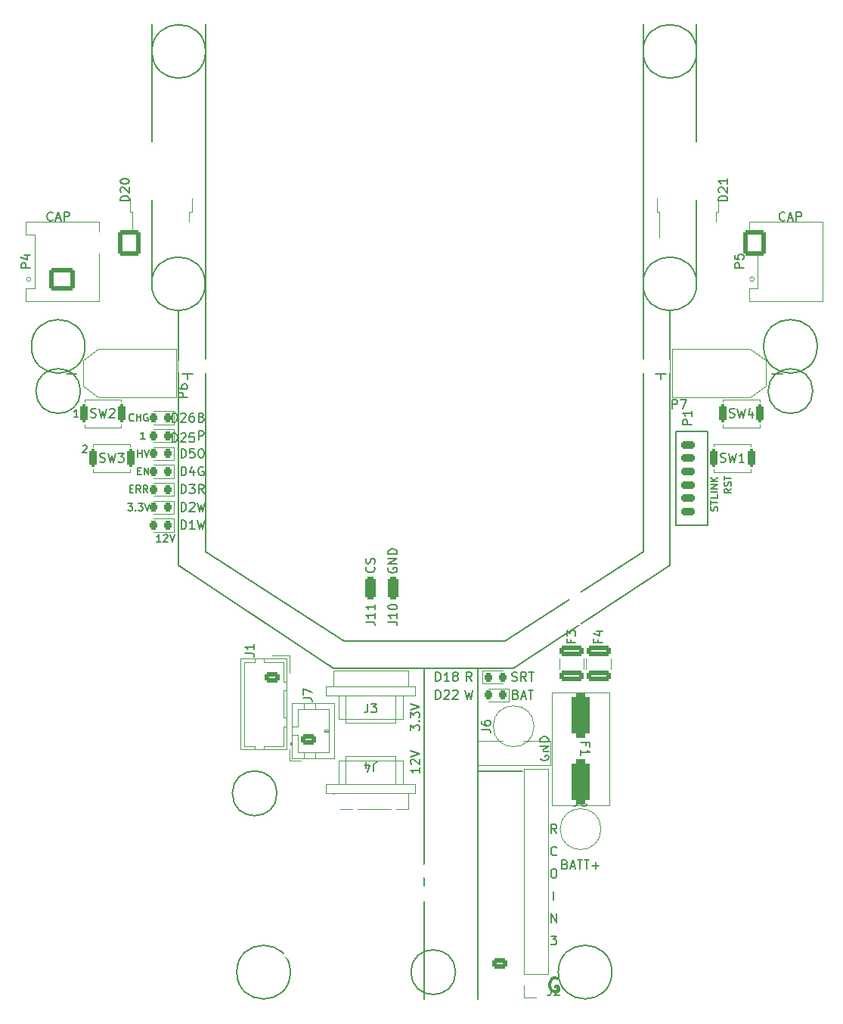
<source format=gbr>
%TF.GenerationSoftware,KiCad,Pcbnew,8.0.6*%
%TF.CreationDate,2024-11-18T00:02:46+09:00*%
%TF.ProjectId,ORION_boost_v5,4f52494f-4e5f-4626-9f6f-73745f76352e,rev?*%
%TF.SameCoordinates,Original*%
%TF.FileFunction,Legend,Top*%
%TF.FilePolarity,Positive*%
%FSLAX46Y46*%
G04 Gerber Fmt 4.6, Leading zero omitted, Abs format (unit mm)*
G04 Created by KiCad (PCBNEW 8.0.6) date 2024-11-18 00:02:46*
%MOMM*%
%LPD*%
G01*
G04 APERTURE LIST*
G04 Aperture macros list*
%AMRoundRect*
0 Rectangle with rounded corners*
0 $1 Rounding radius*
0 $2 $3 $4 $5 $6 $7 $8 $9 X,Y pos of 4 corners*
0 Add a 4 corners polygon primitive as box body*
4,1,4,$2,$3,$4,$5,$6,$7,$8,$9,$2,$3,0*
0 Add four circle primitives for the rounded corners*
1,1,$1+$1,$2,$3*
1,1,$1+$1,$4,$5*
1,1,$1+$1,$6,$7*
1,1,$1+$1,$8,$9*
0 Add four rect primitives between the rounded corners*
20,1,$1+$1,$2,$3,$4,$5,0*
20,1,$1+$1,$4,$5,$6,$7,0*
20,1,$1+$1,$6,$7,$8,$9,0*
20,1,$1+$1,$8,$9,$2,$3,0*%
%AMRotRect*
0 Rectangle, with rotation*
0 The origin of the aperture is its center*
0 $1 length*
0 $2 width*
0 $3 Rotation angle, in degrees counterclockwise*
0 Add horizontal line*
21,1,$1,$2,0,0,$3*%
G04 Aperture macros list end*
%ADD10C,0.150000*%
%ADD11C,0.300000*%
%ADD12C,0.120000*%
%ADD13C,0.200000*%
%ADD14RoundRect,0.218750X0.218750X0.256250X-0.218750X0.256250X-0.218750X-0.256250X0.218750X-0.256250X0*%
%ADD15O,2.800000X2.460000*%
%ADD16R,3.800000X3.800000*%
%ADD17C,3.800000*%
%ADD18RoundRect,0.300000X0.300000X-1.000000X0.300000X1.000000X-0.300000X1.000000X-0.300000X-1.000000X0*%
%ADD19RoundRect,0.250000X0.625000X-0.350000X0.625000X0.350000X-0.625000X0.350000X-0.625000X-0.350000X0*%
%ADD20O,1.750000X1.200000*%
%ADD21RoundRect,0.218750X-0.218750X-0.256250X0.218750X-0.256250X0.218750X0.256250X-0.218750X0.256250X0*%
%ADD22C,1.524000*%
%ADD23RoundRect,0.250000X1.075000X-0.375000X1.075000X0.375000X-1.075000X0.375000X-1.075000X-0.375000X0*%
%ADD24C,1.600000*%
%ADD25RoundRect,0.250000X-0.575000X0.350000X-0.575000X-0.350000X0.575000X-0.350000X0.575000X0.350000X0*%
%ADD26O,1.650000X1.200000*%
%ADD27R,1.700000X1.700000*%
%ADD28O,1.700000X1.700000*%
%ADD29RoundRect,0.200000X0.200000X0.800000X-0.200000X0.800000X-0.200000X-0.800000X0.200000X-0.800000X0*%
%ADD30R,5.800000X6.400000*%
%ADD31R,1.200000X2.200000*%
%ADD32RoundRect,0.500000X-0.500000X2.000000X-0.500000X-2.000000X0.500000X-2.000000X0.500000X2.000000X0*%
%ADD33RoundRect,0.250000X1.150000X-0.980000X1.150000X0.980000X-1.150000X0.980000X-1.150000X-0.980000X0*%
%ADD34C,4.000000*%
%ADD35RoundRect,0.200000X-0.200000X-0.800000X0.200000X-0.800000X0.200000X0.800000X-0.200000X0.800000X0*%
%ADD36RoundRect,0.225000X0.575000X-0.225000X0.575000X0.225000X-0.575000X0.225000X-0.575000X-0.225000X0*%
%ADD37R,1.600000X1.600000*%
%ADD38RoundRect,0.250000X0.980000X1.150000X-0.980000X1.150000X-0.980000X-1.150000X0.980000X-1.150000X0*%
%ADD39O,2.460000X2.800000*%
%ADD40RotRect,1.800000X1.800000X45.000000*%
%ADD41C,1.800000*%
%ADD42RotRect,1.800000X1.800000X135.000000*%
%ADD43C,2.200000*%
%ADD44R,1.800000X1.800000*%
%ADD45O,1.905000X2.000000*%
%ADD46R,1.905000X2.000000*%
%ADD47RoundRect,0.250000X-0.625000X0.350000X-0.625000X-0.350000X0.625000X-0.350000X0.625000X0.350000X0*%
G04 APERTURE END LIST*
D10*
X100500000Y-109000000D02*
X100500000Y-50000000D01*
X125000000Y-122000000D02*
X125000000Y-159000000D01*
X168500000Y-91000000D02*
G75*
G02*
X163500000Y-91000000I-2500000J0D01*
G01*
X163500000Y-91000000D02*
G75*
G02*
X168500000Y-91000000I2500000J0D01*
G01*
X116000000Y-119000000D02*
X134000000Y-119000000D01*
X149500000Y-50000000D02*
X149500000Y-109000000D01*
X100500000Y-53000000D02*
G75*
G02*
X94500000Y-53000000I-3000000J0D01*
G01*
X94500000Y-53000000D02*
G75*
G02*
X100500000Y-53000000I3000000J0D01*
G01*
X155500000Y-53000000D02*
G75*
G02*
X149500000Y-53000000I-3000000J0D01*
G01*
X149500000Y-53000000D02*
G75*
G02*
X155500000Y-53000000I3000000J0D01*
G01*
X86500000Y-91000000D02*
G75*
G02*
X81500000Y-91000000I-2500000J0D01*
G01*
X81500000Y-91000000D02*
G75*
G02*
X86500000Y-91000000I2500000J0D01*
G01*
X128500000Y-156000000D02*
G75*
G02*
X123500000Y-156000000I-2500000J0D01*
G01*
X123500000Y-156000000D02*
G75*
G02*
X128500000Y-156000000I2500000J0D01*
G01*
X155500000Y-79000000D02*
G75*
G02*
X149500000Y-79000000I-3000000J0D01*
G01*
X149500000Y-79000000D02*
G75*
G02*
X155500000Y-79000000I3000000J0D01*
G01*
X100460000Y-79000000D02*
G75*
G02*
X94460000Y-79000000I-3000000J0D01*
G01*
X94460000Y-79000000D02*
G75*
G02*
X100460000Y-79000000I3000000J0D01*
G01*
X146000000Y-156000000D02*
G75*
G02*
X140000000Y-156000000I-3000000J0D01*
G01*
X140000000Y-156000000D02*
G75*
G02*
X146000000Y-156000000I3000000J0D01*
G01*
X97460000Y-82000000D02*
X97500000Y-110500000D01*
X97500000Y-110500000D02*
X114800000Y-122000000D01*
X152500000Y-110500000D02*
X135000000Y-122000000D01*
X169000000Y-86000000D02*
G75*
G02*
X163000000Y-86000000I-3000000J0D01*
G01*
X163000000Y-86000000D02*
G75*
G02*
X169000000Y-86000000I3000000J0D01*
G01*
X108500000Y-136000000D02*
G75*
G02*
X103500000Y-136000000I-2500000J0D01*
G01*
X103500000Y-136000000D02*
G75*
G02*
X108500000Y-136000000I2500000J0D01*
G01*
X87000000Y-86000000D02*
G75*
G02*
X81000000Y-86000000I-3000000J0D01*
G01*
X81000000Y-86000000D02*
G75*
G02*
X87000000Y-86000000I3000000J0D01*
G01*
X155500000Y-79000000D02*
X155500000Y-50000000D01*
X116000000Y-119000000D02*
X100500000Y-109000000D01*
X134000000Y-119000000D02*
X149500000Y-109000000D01*
X114800000Y-122000000D02*
X135000000Y-122000000D01*
X131000000Y-133500000D02*
X136000000Y-133500000D01*
X94500000Y-50000000D02*
X94460000Y-79000000D01*
X131000000Y-159000000D02*
X131000000Y-122000000D01*
X152500000Y-82000000D02*
X152500000Y-110500000D01*
X110000000Y-156000000D02*
G75*
G02*
X104000000Y-156000000I-3000000J0D01*
G01*
X104000000Y-156000000D02*
G75*
G02*
X110000000Y-156000000I3000000J0D01*
G01*
X119359580Y-110666666D02*
X119407200Y-110714285D01*
X119407200Y-110714285D02*
X119454819Y-110857142D01*
X119454819Y-110857142D02*
X119454819Y-110952380D01*
X119454819Y-110952380D02*
X119407200Y-111095237D01*
X119407200Y-111095237D02*
X119311961Y-111190475D01*
X119311961Y-111190475D02*
X119216723Y-111238094D01*
X119216723Y-111238094D02*
X119026247Y-111285713D01*
X119026247Y-111285713D02*
X118883390Y-111285713D01*
X118883390Y-111285713D02*
X118692914Y-111238094D01*
X118692914Y-111238094D02*
X118597676Y-111190475D01*
X118597676Y-111190475D02*
X118502438Y-111095237D01*
X118502438Y-111095237D02*
X118454819Y-110952380D01*
X118454819Y-110952380D02*
X118454819Y-110857142D01*
X118454819Y-110857142D02*
X118502438Y-110714285D01*
X118502438Y-110714285D02*
X118550057Y-110666666D01*
X119407200Y-110285713D02*
X119454819Y-110142856D01*
X119454819Y-110142856D02*
X119454819Y-109904761D01*
X119454819Y-109904761D02*
X119407200Y-109809523D01*
X119407200Y-109809523D02*
X119359580Y-109761904D01*
X119359580Y-109761904D02*
X119264342Y-109714285D01*
X119264342Y-109714285D02*
X119169104Y-109714285D01*
X119169104Y-109714285D02*
X119073866Y-109761904D01*
X119073866Y-109761904D02*
X119026247Y-109809523D01*
X119026247Y-109809523D02*
X118978628Y-109904761D01*
X118978628Y-109904761D02*
X118931009Y-110095237D01*
X118931009Y-110095237D02*
X118883390Y-110190475D01*
X118883390Y-110190475D02*
X118835771Y-110238094D01*
X118835771Y-110238094D02*
X118740533Y-110285713D01*
X118740533Y-110285713D02*
X118645295Y-110285713D01*
X118645295Y-110285713D02*
X118550057Y-110238094D01*
X118550057Y-110238094D02*
X118502438Y-110190475D01*
X118502438Y-110190475D02*
X118454819Y-110095237D01*
X118454819Y-110095237D02*
X118454819Y-109857142D01*
X118454819Y-109857142D02*
X118502438Y-109714285D01*
X140761904Y-143931009D02*
X140904761Y-143978628D01*
X140904761Y-143978628D02*
X140952380Y-144026247D01*
X140952380Y-144026247D02*
X140999999Y-144121485D01*
X140999999Y-144121485D02*
X140999999Y-144264342D01*
X140999999Y-144264342D02*
X140952380Y-144359580D01*
X140952380Y-144359580D02*
X140904761Y-144407200D01*
X140904761Y-144407200D02*
X140809523Y-144454819D01*
X140809523Y-144454819D02*
X140428571Y-144454819D01*
X140428571Y-144454819D02*
X140428571Y-143454819D01*
X140428571Y-143454819D02*
X140761904Y-143454819D01*
X140761904Y-143454819D02*
X140857142Y-143502438D01*
X140857142Y-143502438D02*
X140904761Y-143550057D01*
X140904761Y-143550057D02*
X140952380Y-143645295D01*
X140952380Y-143645295D02*
X140952380Y-143740533D01*
X140952380Y-143740533D02*
X140904761Y-143835771D01*
X140904761Y-143835771D02*
X140857142Y-143883390D01*
X140857142Y-143883390D02*
X140761904Y-143931009D01*
X140761904Y-143931009D02*
X140428571Y-143931009D01*
X141380952Y-144169104D02*
X141857142Y-144169104D01*
X141285714Y-144454819D02*
X141619047Y-143454819D01*
X141619047Y-143454819D02*
X141952380Y-144454819D01*
X142142857Y-143454819D02*
X142714285Y-143454819D01*
X142428571Y-144454819D02*
X142428571Y-143454819D01*
X142904762Y-143454819D02*
X143476190Y-143454819D01*
X143190476Y-144454819D02*
X143190476Y-143454819D01*
X143809524Y-144073866D02*
X144571429Y-144073866D01*
X144190476Y-144454819D02*
X144190476Y-143692914D01*
X157824200Y-104366666D02*
X157862295Y-104252380D01*
X157862295Y-104252380D02*
X157862295Y-104061904D01*
X157862295Y-104061904D02*
X157824200Y-103985713D01*
X157824200Y-103985713D02*
X157786104Y-103947618D01*
X157786104Y-103947618D02*
X157709914Y-103909523D01*
X157709914Y-103909523D02*
X157633723Y-103909523D01*
X157633723Y-103909523D02*
X157557533Y-103947618D01*
X157557533Y-103947618D02*
X157519438Y-103985713D01*
X157519438Y-103985713D02*
X157481342Y-104061904D01*
X157481342Y-104061904D02*
X157443247Y-104214285D01*
X157443247Y-104214285D02*
X157405152Y-104290475D01*
X157405152Y-104290475D02*
X157367057Y-104328570D01*
X157367057Y-104328570D02*
X157290866Y-104366666D01*
X157290866Y-104366666D02*
X157214676Y-104366666D01*
X157214676Y-104366666D02*
X157138485Y-104328570D01*
X157138485Y-104328570D02*
X157100390Y-104290475D01*
X157100390Y-104290475D02*
X157062295Y-104214285D01*
X157062295Y-104214285D02*
X157062295Y-104023808D01*
X157062295Y-104023808D02*
X157100390Y-103909523D01*
X157062295Y-103680951D02*
X157062295Y-103223808D01*
X157862295Y-103452380D02*
X157062295Y-103452380D01*
X157862295Y-102576189D02*
X157862295Y-102957141D01*
X157862295Y-102957141D02*
X157062295Y-102957141D01*
X157862295Y-102309522D02*
X157062295Y-102309522D01*
X157862295Y-101928570D02*
X157062295Y-101928570D01*
X157062295Y-101928570D02*
X157862295Y-101471427D01*
X157862295Y-101471427D02*
X157062295Y-101471427D01*
X157862295Y-101090475D02*
X157062295Y-101090475D01*
X157862295Y-100633332D02*
X157405152Y-100976190D01*
X157062295Y-100633332D02*
X157519438Y-101090475D01*
X123454819Y-128976189D02*
X123454819Y-128357142D01*
X123454819Y-128357142D02*
X123835771Y-128690475D01*
X123835771Y-128690475D02*
X123835771Y-128547618D01*
X123835771Y-128547618D02*
X123883390Y-128452380D01*
X123883390Y-128452380D02*
X123931009Y-128404761D01*
X123931009Y-128404761D02*
X124026247Y-128357142D01*
X124026247Y-128357142D02*
X124264342Y-128357142D01*
X124264342Y-128357142D02*
X124359580Y-128404761D01*
X124359580Y-128404761D02*
X124407200Y-128452380D01*
X124407200Y-128452380D02*
X124454819Y-128547618D01*
X124454819Y-128547618D02*
X124454819Y-128833332D01*
X124454819Y-128833332D02*
X124407200Y-128928570D01*
X124407200Y-128928570D02*
X124359580Y-128976189D01*
X124359580Y-127928570D02*
X124407200Y-127880951D01*
X124407200Y-127880951D02*
X124454819Y-127928570D01*
X124454819Y-127928570D02*
X124407200Y-127976189D01*
X124407200Y-127976189D02*
X124359580Y-127928570D01*
X124359580Y-127928570D02*
X124454819Y-127928570D01*
X123454819Y-127547618D02*
X123454819Y-126928571D01*
X123454819Y-126928571D02*
X123835771Y-127261904D01*
X123835771Y-127261904D02*
X123835771Y-127119047D01*
X123835771Y-127119047D02*
X123883390Y-127023809D01*
X123883390Y-127023809D02*
X123931009Y-126976190D01*
X123931009Y-126976190D02*
X124026247Y-126928571D01*
X124026247Y-126928571D02*
X124264342Y-126928571D01*
X124264342Y-126928571D02*
X124359580Y-126976190D01*
X124359580Y-126976190D02*
X124407200Y-127023809D01*
X124407200Y-127023809D02*
X124454819Y-127119047D01*
X124454819Y-127119047D02*
X124454819Y-127404761D01*
X124454819Y-127404761D02*
X124407200Y-127499999D01*
X124407200Y-127499999D02*
X124359580Y-127547618D01*
X123454819Y-126642856D02*
X124454819Y-126309523D01*
X124454819Y-126309523D02*
X123454819Y-125976190D01*
X139214286Y-150454819D02*
X139214286Y-149454819D01*
X139214286Y-149454819D02*
X139785714Y-150454819D01*
X139785714Y-150454819D02*
X139785714Y-149454819D01*
X159362295Y-101938094D02*
X158981342Y-102204761D01*
X159362295Y-102395237D02*
X158562295Y-102395237D01*
X158562295Y-102395237D02*
X158562295Y-102090475D01*
X158562295Y-102090475D02*
X158600390Y-102014285D01*
X158600390Y-102014285D02*
X158638485Y-101976190D01*
X158638485Y-101976190D02*
X158714676Y-101938094D01*
X158714676Y-101938094D02*
X158828961Y-101938094D01*
X158828961Y-101938094D02*
X158905152Y-101976190D01*
X158905152Y-101976190D02*
X158943247Y-102014285D01*
X158943247Y-102014285D02*
X158981342Y-102090475D01*
X158981342Y-102090475D02*
X158981342Y-102395237D01*
X159324200Y-101633333D02*
X159362295Y-101519047D01*
X159362295Y-101519047D02*
X159362295Y-101328571D01*
X159362295Y-101328571D02*
X159324200Y-101252380D01*
X159324200Y-101252380D02*
X159286104Y-101214285D01*
X159286104Y-101214285D02*
X159209914Y-101176190D01*
X159209914Y-101176190D02*
X159133723Y-101176190D01*
X159133723Y-101176190D02*
X159057533Y-101214285D01*
X159057533Y-101214285D02*
X159019438Y-101252380D01*
X159019438Y-101252380D02*
X158981342Y-101328571D01*
X158981342Y-101328571D02*
X158943247Y-101480952D01*
X158943247Y-101480952D02*
X158905152Y-101557142D01*
X158905152Y-101557142D02*
X158867057Y-101595237D01*
X158867057Y-101595237D02*
X158790866Y-101633333D01*
X158790866Y-101633333D02*
X158714676Y-101633333D01*
X158714676Y-101633333D02*
X158638485Y-101595237D01*
X158638485Y-101595237D02*
X158600390Y-101557142D01*
X158600390Y-101557142D02*
X158562295Y-101480952D01*
X158562295Y-101480952D02*
X158562295Y-101290475D01*
X158562295Y-101290475D02*
X158600390Y-101176190D01*
X158562295Y-100947618D02*
X158562295Y-100490475D01*
X159362295Y-100719047D02*
X158562295Y-100719047D01*
X92909524Y-99943247D02*
X93176190Y-99943247D01*
X93290476Y-100362295D02*
X92909524Y-100362295D01*
X92909524Y-100362295D02*
X92909524Y-99562295D01*
X92909524Y-99562295D02*
X93290476Y-99562295D01*
X93633334Y-100362295D02*
X93633334Y-99562295D01*
X93633334Y-99562295D02*
X94090477Y-100362295D01*
X94090477Y-100362295D02*
X94090477Y-99562295D01*
X130309523Y-123454819D02*
X129976190Y-122978628D01*
X129738095Y-123454819D02*
X129738095Y-122454819D01*
X129738095Y-122454819D02*
X130119047Y-122454819D01*
X130119047Y-122454819D02*
X130214285Y-122502438D01*
X130214285Y-122502438D02*
X130261904Y-122550057D01*
X130261904Y-122550057D02*
X130309523Y-122645295D01*
X130309523Y-122645295D02*
X130309523Y-122788152D01*
X130309523Y-122788152D02*
X130261904Y-122883390D01*
X130261904Y-122883390D02*
X130214285Y-122931009D01*
X130214285Y-122931009D02*
X130119047Y-122978628D01*
X130119047Y-122978628D02*
X129738095Y-122978628D01*
X92028571Y-101943247D02*
X92295237Y-101943247D01*
X92409523Y-102362295D02*
X92028571Y-102362295D01*
X92028571Y-102362295D02*
X92028571Y-101562295D01*
X92028571Y-101562295D02*
X92409523Y-101562295D01*
X93209524Y-102362295D02*
X92942857Y-101981342D01*
X92752381Y-102362295D02*
X92752381Y-101562295D01*
X92752381Y-101562295D02*
X93057143Y-101562295D01*
X93057143Y-101562295D02*
X93133333Y-101600390D01*
X93133333Y-101600390D02*
X93171428Y-101638485D01*
X93171428Y-101638485D02*
X93209524Y-101714676D01*
X93209524Y-101714676D02*
X93209524Y-101828961D01*
X93209524Y-101828961D02*
X93171428Y-101905152D01*
X93171428Y-101905152D02*
X93133333Y-101943247D01*
X93133333Y-101943247D02*
X93057143Y-101981342D01*
X93057143Y-101981342D02*
X92752381Y-101981342D01*
X94009524Y-102362295D02*
X93742857Y-101981342D01*
X93552381Y-102362295D02*
X93552381Y-101562295D01*
X93552381Y-101562295D02*
X93857143Y-101562295D01*
X93857143Y-101562295D02*
X93933333Y-101600390D01*
X93933333Y-101600390D02*
X93971428Y-101638485D01*
X93971428Y-101638485D02*
X94009524Y-101714676D01*
X94009524Y-101714676D02*
X94009524Y-101828961D01*
X94009524Y-101828961D02*
X93971428Y-101905152D01*
X93971428Y-101905152D02*
X93933333Y-101943247D01*
X93933333Y-101943247D02*
X93857143Y-101981342D01*
X93857143Y-101981342D02*
X93552381Y-101981342D01*
X121002438Y-110761904D02*
X120954819Y-110857142D01*
X120954819Y-110857142D02*
X120954819Y-110999999D01*
X120954819Y-110999999D02*
X121002438Y-111142856D01*
X121002438Y-111142856D02*
X121097676Y-111238094D01*
X121097676Y-111238094D02*
X121192914Y-111285713D01*
X121192914Y-111285713D02*
X121383390Y-111333332D01*
X121383390Y-111333332D02*
X121526247Y-111333332D01*
X121526247Y-111333332D02*
X121716723Y-111285713D01*
X121716723Y-111285713D02*
X121811961Y-111238094D01*
X121811961Y-111238094D02*
X121907200Y-111142856D01*
X121907200Y-111142856D02*
X121954819Y-110999999D01*
X121954819Y-110999999D02*
X121954819Y-110904761D01*
X121954819Y-110904761D02*
X121907200Y-110761904D01*
X121907200Y-110761904D02*
X121859580Y-110714285D01*
X121859580Y-110714285D02*
X121526247Y-110714285D01*
X121526247Y-110714285D02*
X121526247Y-110904761D01*
X121954819Y-110285713D02*
X120954819Y-110285713D01*
X120954819Y-110285713D02*
X121954819Y-109714285D01*
X121954819Y-109714285D02*
X120954819Y-109714285D01*
X121954819Y-109238094D02*
X120954819Y-109238094D01*
X120954819Y-109238094D02*
X120954819Y-108999999D01*
X120954819Y-108999999D02*
X121002438Y-108857142D01*
X121002438Y-108857142D02*
X121097676Y-108761904D01*
X121097676Y-108761904D02*
X121192914Y-108714285D01*
X121192914Y-108714285D02*
X121383390Y-108666666D01*
X121383390Y-108666666D02*
X121526247Y-108666666D01*
X121526247Y-108666666D02*
X121716723Y-108714285D01*
X121716723Y-108714285D02*
X121811961Y-108761904D01*
X121811961Y-108761904D02*
X121907200Y-108857142D01*
X121907200Y-108857142D02*
X121954819Y-108999999D01*
X121954819Y-108999999D02*
X121954819Y-109238094D01*
X99571429Y-105454819D02*
X99809524Y-106454819D01*
X99809524Y-106454819D02*
X100000000Y-105740533D01*
X100000000Y-105740533D02*
X100190476Y-106454819D01*
X100190476Y-106454819D02*
X100428572Y-105454819D01*
X124454819Y-133119047D02*
X124454819Y-133690475D01*
X124454819Y-133404761D02*
X123454819Y-133404761D01*
X123454819Y-133404761D02*
X123597676Y-133499999D01*
X123597676Y-133499999D02*
X123692914Y-133595237D01*
X123692914Y-133595237D02*
X123740533Y-133690475D01*
X123550057Y-132738094D02*
X123502438Y-132690475D01*
X123502438Y-132690475D02*
X123454819Y-132595237D01*
X123454819Y-132595237D02*
X123454819Y-132357142D01*
X123454819Y-132357142D02*
X123502438Y-132261904D01*
X123502438Y-132261904D02*
X123550057Y-132214285D01*
X123550057Y-132214285D02*
X123645295Y-132166666D01*
X123645295Y-132166666D02*
X123740533Y-132166666D01*
X123740533Y-132166666D02*
X123883390Y-132214285D01*
X123883390Y-132214285D02*
X124454819Y-132785713D01*
X124454819Y-132785713D02*
X124454819Y-132166666D01*
X123454819Y-131880951D02*
X124454819Y-131547618D01*
X124454819Y-131547618D02*
X123454819Y-131214285D01*
X139500000Y-147954819D02*
X139500000Y-146954819D01*
D11*
X139892857Y-156749757D02*
X139750000Y-156678328D01*
X139750000Y-156678328D02*
X139535714Y-156678328D01*
X139535714Y-156678328D02*
X139321428Y-156749757D01*
X139321428Y-156749757D02*
X139178571Y-156892614D01*
X139178571Y-156892614D02*
X139107142Y-157035471D01*
X139107142Y-157035471D02*
X139035714Y-157321185D01*
X139035714Y-157321185D02*
X139035714Y-157535471D01*
X139035714Y-157535471D02*
X139107142Y-157821185D01*
X139107142Y-157821185D02*
X139178571Y-157964042D01*
X139178571Y-157964042D02*
X139321428Y-158106900D01*
X139321428Y-158106900D02*
X139535714Y-158178328D01*
X139535714Y-158178328D02*
X139678571Y-158178328D01*
X139678571Y-158178328D02*
X139892857Y-158106900D01*
X139892857Y-158106900D02*
X139964285Y-158035471D01*
X139964285Y-158035471D02*
X139964285Y-157535471D01*
X139964285Y-157535471D02*
X139678571Y-157535471D01*
D10*
X100309523Y-102454819D02*
X99976190Y-101978628D01*
X99738095Y-102454819D02*
X99738095Y-101454819D01*
X99738095Y-101454819D02*
X100119047Y-101454819D01*
X100119047Y-101454819D02*
X100214285Y-101502438D01*
X100214285Y-101502438D02*
X100261904Y-101550057D01*
X100261904Y-101550057D02*
X100309523Y-101645295D01*
X100309523Y-101645295D02*
X100309523Y-101788152D01*
X100309523Y-101788152D02*
X100261904Y-101883390D01*
X100261904Y-101883390D02*
X100214285Y-101931009D01*
X100214285Y-101931009D02*
X100119047Y-101978628D01*
X100119047Y-101978628D02*
X99738095Y-101978628D01*
X92928572Y-98362295D02*
X92928572Y-97562295D01*
X92928572Y-97943247D02*
X93385715Y-97943247D01*
X93385715Y-98362295D02*
X93385715Y-97562295D01*
X93652381Y-97562295D02*
X93919048Y-98362295D01*
X93919048Y-98362295D02*
X94185714Y-97562295D01*
X135261904Y-124931009D02*
X135404761Y-124978628D01*
X135404761Y-124978628D02*
X135452380Y-125026247D01*
X135452380Y-125026247D02*
X135499999Y-125121485D01*
X135499999Y-125121485D02*
X135499999Y-125264342D01*
X135499999Y-125264342D02*
X135452380Y-125359580D01*
X135452380Y-125359580D02*
X135404761Y-125407200D01*
X135404761Y-125407200D02*
X135309523Y-125454819D01*
X135309523Y-125454819D02*
X134928571Y-125454819D01*
X134928571Y-125454819D02*
X134928571Y-124454819D01*
X134928571Y-124454819D02*
X135261904Y-124454819D01*
X135261904Y-124454819D02*
X135357142Y-124502438D01*
X135357142Y-124502438D02*
X135404761Y-124550057D01*
X135404761Y-124550057D02*
X135452380Y-124645295D01*
X135452380Y-124645295D02*
X135452380Y-124740533D01*
X135452380Y-124740533D02*
X135404761Y-124835771D01*
X135404761Y-124835771D02*
X135357142Y-124883390D01*
X135357142Y-124883390D02*
X135261904Y-124931009D01*
X135261904Y-124931009D02*
X134928571Y-124931009D01*
X135880952Y-125169104D02*
X136357142Y-125169104D01*
X135785714Y-125454819D02*
X136119047Y-124454819D01*
X136119047Y-124454819D02*
X136452380Y-125454819D01*
X136642857Y-124454819D02*
X137214285Y-124454819D01*
X136928571Y-125454819D02*
X136928571Y-124454819D01*
X95504761Y-107862295D02*
X95047618Y-107862295D01*
X95276190Y-107862295D02*
X95276190Y-107062295D01*
X95276190Y-107062295D02*
X95199999Y-107176580D01*
X95199999Y-107176580D02*
X95123809Y-107252771D01*
X95123809Y-107252771D02*
X95047618Y-107290866D01*
X95809523Y-107138485D02*
X95847619Y-107100390D01*
X95847619Y-107100390D02*
X95923809Y-107062295D01*
X95923809Y-107062295D02*
X96114285Y-107062295D01*
X96114285Y-107062295D02*
X96190476Y-107100390D01*
X96190476Y-107100390D02*
X96228571Y-107138485D01*
X96228571Y-107138485D02*
X96266666Y-107214676D01*
X96266666Y-107214676D02*
X96266666Y-107290866D01*
X96266666Y-107290866D02*
X96228571Y-107405152D01*
X96228571Y-107405152D02*
X95771428Y-107862295D01*
X95771428Y-107862295D02*
X96266666Y-107862295D01*
X96495238Y-107062295D02*
X96761905Y-107862295D01*
X96761905Y-107862295D02*
X97028571Y-107062295D01*
X139809523Y-142859580D02*
X139761904Y-142907200D01*
X139761904Y-142907200D02*
X139619047Y-142954819D01*
X139619047Y-142954819D02*
X139523809Y-142954819D01*
X139523809Y-142954819D02*
X139380952Y-142907200D01*
X139380952Y-142907200D02*
X139285714Y-142811961D01*
X139285714Y-142811961D02*
X139238095Y-142716723D01*
X139238095Y-142716723D02*
X139190476Y-142526247D01*
X139190476Y-142526247D02*
X139190476Y-142383390D01*
X139190476Y-142383390D02*
X139238095Y-142192914D01*
X139238095Y-142192914D02*
X139285714Y-142097676D01*
X139285714Y-142097676D02*
X139380952Y-142002438D01*
X139380952Y-142002438D02*
X139523809Y-141954819D01*
X139523809Y-141954819D02*
X139619047Y-141954819D01*
X139619047Y-141954819D02*
X139761904Y-142002438D01*
X139761904Y-142002438D02*
X139809523Y-142050057D01*
X93728571Y-96362295D02*
X93271428Y-96362295D01*
X93500000Y-96362295D02*
X93500000Y-95562295D01*
X93500000Y-95562295D02*
X93423809Y-95676580D01*
X93423809Y-95676580D02*
X93347619Y-95752771D01*
X93347619Y-95752771D02*
X93271428Y-95790866D01*
X99904762Y-97454819D02*
X100095238Y-97454819D01*
X100095238Y-97454819D02*
X100190476Y-97502438D01*
X100190476Y-97502438D02*
X100285714Y-97597676D01*
X100285714Y-97597676D02*
X100333333Y-97788152D01*
X100333333Y-97788152D02*
X100333333Y-98121485D01*
X100333333Y-98121485D02*
X100285714Y-98311961D01*
X100285714Y-98311961D02*
X100190476Y-98407200D01*
X100190476Y-98407200D02*
X100095238Y-98454819D01*
X100095238Y-98454819D02*
X99904762Y-98454819D01*
X99904762Y-98454819D02*
X99809524Y-98407200D01*
X99809524Y-98407200D02*
X99714286Y-98311961D01*
X99714286Y-98311961D02*
X99666667Y-98121485D01*
X99666667Y-98121485D02*
X99666667Y-97788152D01*
X99666667Y-97788152D02*
X99714286Y-97597676D01*
X99714286Y-97597676D02*
X99809524Y-97502438D01*
X99809524Y-97502438D02*
X99904762Y-97454819D01*
X83380952Y-71859580D02*
X83333333Y-71907200D01*
X83333333Y-71907200D02*
X83190476Y-71954819D01*
X83190476Y-71954819D02*
X83095238Y-71954819D01*
X83095238Y-71954819D02*
X82952381Y-71907200D01*
X82952381Y-71907200D02*
X82857143Y-71811961D01*
X82857143Y-71811961D02*
X82809524Y-71716723D01*
X82809524Y-71716723D02*
X82761905Y-71526247D01*
X82761905Y-71526247D02*
X82761905Y-71383390D01*
X82761905Y-71383390D02*
X82809524Y-71192914D01*
X82809524Y-71192914D02*
X82857143Y-71097676D01*
X82857143Y-71097676D02*
X82952381Y-71002438D01*
X82952381Y-71002438D02*
X83095238Y-70954819D01*
X83095238Y-70954819D02*
X83190476Y-70954819D01*
X83190476Y-70954819D02*
X83333333Y-71002438D01*
X83333333Y-71002438D02*
X83380952Y-71050057D01*
X83761905Y-71669104D02*
X84238095Y-71669104D01*
X83666667Y-71954819D02*
X84000000Y-70954819D01*
X84000000Y-70954819D02*
X84333333Y-71954819D01*
X84666667Y-71954819D02*
X84666667Y-70954819D01*
X84666667Y-70954819D02*
X85047619Y-70954819D01*
X85047619Y-70954819D02*
X85142857Y-71002438D01*
X85142857Y-71002438D02*
X85190476Y-71050057D01*
X85190476Y-71050057D02*
X85238095Y-71145295D01*
X85238095Y-71145295D02*
X85238095Y-71288152D01*
X85238095Y-71288152D02*
X85190476Y-71383390D01*
X85190476Y-71383390D02*
X85142857Y-71431009D01*
X85142857Y-71431009D02*
X85047619Y-71478628D01*
X85047619Y-71478628D02*
X84666667Y-71478628D01*
X165380952Y-71859580D02*
X165333333Y-71907200D01*
X165333333Y-71907200D02*
X165190476Y-71954819D01*
X165190476Y-71954819D02*
X165095238Y-71954819D01*
X165095238Y-71954819D02*
X164952381Y-71907200D01*
X164952381Y-71907200D02*
X164857143Y-71811961D01*
X164857143Y-71811961D02*
X164809524Y-71716723D01*
X164809524Y-71716723D02*
X164761905Y-71526247D01*
X164761905Y-71526247D02*
X164761905Y-71383390D01*
X164761905Y-71383390D02*
X164809524Y-71192914D01*
X164809524Y-71192914D02*
X164857143Y-71097676D01*
X164857143Y-71097676D02*
X164952381Y-71002438D01*
X164952381Y-71002438D02*
X165095238Y-70954819D01*
X165095238Y-70954819D02*
X165190476Y-70954819D01*
X165190476Y-70954819D02*
X165333333Y-71002438D01*
X165333333Y-71002438D02*
X165380952Y-71050057D01*
X165761905Y-71669104D02*
X166238095Y-71669104D01*
X165666667Y-71954819D02*
X166000000Y-70954819D01*
X166000000Y-70954819D02*
X166333333Y-71954819D01*
X166666667Y-71954819D02*
X166666667Y-70954819D01*
X166666667Y-70954819D02*
X167047619Y-70954819D01*
X167047619Y-70954819D02*
X167142857Y-71002438D01*
X167142857Y-71002438D02*
X167190476Y-71050057D01*
X167190476Y-71050057D02*
X167238095Y-71145295D01*
X167238095Y-71145295D02*
X167238095Y-71288152D01*
X167238095Y-71288152D02*
X167190476Y-71383390D01*
X167190476Y-71383390D02*
X167142857Y-71431009D01*
X167142857Y-71431009D02*
X167047619Y-71478628D01*
X167047619Y-71478628D02*
X166666667Y-71478628D01*
X139404762Y-144454819D02*
X139595238Y-144454819D01*
X139595238Y-144454819D02*
X139690476Y-144502438D01*
X139690476Y-144502438D02*
X139785714Y-144597676D01*
X139785714Y-144597676D02*
X139833333Y-144788152D01*
X139833333Y-144788152D02*
X139833333Y-145121485D01*
X139833333Y-145121485D02*
X139785714Y-145311961D01*
X139785714Y-145311961D02*
X139690476Y-145407200D01*
X139690476Y-145407200D02*
X139595238Y-145454819D01*
X139595238Y-145454819D02*
X139404762Y-145454819D01*
X139404762Y-145454819D02*
X139309524Y-145407200D01*
X139309524Y-145407200D02*
X139214286Y-145311961D01*
X139214286Y-145311961D02*
X139166667Y-145121485D01*
X139166667Y-145121485D02*
X139166667Y-144788152D01*
X139166667Y-144788152D02*
X139214286Y-144597676D01*
X139214286Y-144597676D02*
X139309524Y-144502438D01*
X139309524Y-144502438D02*
X139404762Y-144454819D01*
X99571429Y-103454819D02*
X99809524Y-104454819D01*
X99809524Y-104454819D02*
X100000000Y-103740533D01*
X100000000Y-103740533D02*
X100190476Y-104454819D01*
X100190476Y-104454819D02*
X100428572Y-103454819D01*
X100071428Y-93931009D02*
X100214285Y-93978628D01*
X100214285Y-93978628D02*
X100261904Y-94026247D01*
X100261904Y-94026247D02*
X100309523Y-94121485D01*
X100309523Y-94121485D02*
X100309523Y-94264342D01*
X100309523Y-94264342D02*
X100261904Y-94359580D01*
X100261904Y-94359580D02*
X100214285Y-94407200D01*
X100214285Y-94407200D02*
X100119047Y-94454819D01*
X100119047Y-94454819D02*
X99738095Y-94454819D01*
X99738095Y-94454819D02*
X99738095Y-93454819D01*
X99738095Y-93454819D02*
X100071428Y-93454819D01*
X100071428Y-93454819D02*
X100166666Y-93502438D01*
X100166666Y-93502438D02*
X100214285Y-93550057D01*
X100214285Y-93550057D02*
X100261904Y-93645295D01*
X100261904Y-93645295D02*
X100261904Y-93740533D01*
X100261904Y-93740533D02*
X100214285Y-93835771D01*
X100214285Y-93835771D02*
X100166666Y-93883390D01*
X100166666Y-93883390D02*
X100071428Y-93931009D01*
X100071428Y-93931009D02*
X99738095Y-93931009D01*
X134833333Y-123407200D02*
X134976190Y-123454819D01*
X134976190Y-123454819D02*
X135214285Y-123454819D01*
X135214285Y-123454819D02*
X135309523Y-123407200D01*
X135309523Y-123407200D02*
X135357142Y-123359580D01*
X135357142Y-123359580D02*
X135404761Y-123264342D01*
X135404761Y-123264342D02*
X135404761Y-123169104D01*
X135404761Y-123169104D02*
X135357142Y-123073866D01*
X135357142Y-123073866D02*
X135309523Y-123026247D01*
X135309523Y-123026247D02*
X135214285Y-122978628D01*
X135214285Y-122978628D02*
X135023809Y-122931009D01*
X135023809Y-122931009D02*
X134928571Y-122883390D01*
X134928571Y-122883390D02*
X134880952Y-122835771D01*
X134880952Y-122835771D02*
X134833333Y-122740533D01*
X134833333Y-122740533D02*
X134833333Y-122645295D01*
X134833333Y-122645295D02*
X134880952Y-122550057D01*
X134880952Y-122550057D02*
X134928571Y-122502438D01*
X134928571Y-122502438D02*
X135023809Y-122454819D01*
X135023809Y-122454819D02*
X135261904Y-122454819D01*
X135261904Y-122454819D02*
X135404761Y-122502438D01*
X136404761Y-123454819D02*
X136071428Y-122978628D01*
X135833333Y-123454819D02*
X135833333Y-122454819D01*
X135833333Y-122454819D02*
X136214285Y-122454819D01*
X136214285Y-122454819D02*
X136309523Y-122502438D01*
X136309523Y-122502438D02*
X136357142Y-122550057D01*
X136357142Y-122550057D02*
X136404761Y-122645295D01*
X136404761Y-122645295D02*
X136404761Y-122788152D01*
X136404761Y-122788152D02*
X136357142Y-122883390D01*
X136357142Y-122883390D02*
X136309523Y-122931009D01*
X136309523Y-122931009D02*
X136214285Y-122978628D01*
X136214285Y-122978628D02*
X135833333Y-122978628D01*
X136690476Y-122454819D02*
X137261904Y-122454819D01*
X136976190Y-123454819D02*
X136976190Y-122454819D01*
X91819047Y-103562295D02*
X92314285Y-103562295D01*
X92314285Y-103562295D02*
X92047619Y-103867057D01*
X92047619Y-103867057D02*
X92161904Y-103867057D01*
X92161904Y-103867057D02*
X92238095Y-103905152D01*
X92238095Y-103905152D02*
X92276190Y-103943247D01*
X92276190Y-103943247D02*
X92314285Y-104019438D01*
X92314285Y-104019438D02*
X92314285Y-104209914D01*
X92314285Y-104209914D02*
X92276190Y-104286104D01*
X92276190Y-104286104D02*
X92238095Y-104324200D01*
X92238095Y-104324200D02*
X92161904Y-104362295D01*
X92161904Y-104362295D02*
X91933333Y-104362295D01*
X91933333Y-104362295D02*
X91857142Y-104324200D01*
X91857142Y-104324200D02*
X91819047Y-104286104D01*
X92657143Y-104286104D02*
X92695238Y-104324200D01*
X92695238Y-104324200D02*
X92657143Y-104362295D01*
X92657143Y-104362295D02*
X92619047Y-104324200D01*
X92619047Y-104324200D02*
X92657143Y-104286104D01*
X92657143Y-104286104D02*
X92657143Y-104362295D01*
X92961904Y-103562295D02*
X93457142Y-103562295D01*
X93457142Y-103562295D02*
X93190476Y-103867057D01*
X93190476Y-103867057D02*
X93304761Y-103867057D01*
X93304761Y-103867057D02*
X93380952Y-103905152D01*
X93380952Y-103905152D02*
X93419047Y-103943247D01*
X93419047Y-103943247D02*
X93457142Y-104019438D01*
X93457142Y-104019438D02*
X93457142Y-104209914D01*
X93457142Y-104209914D02*
X93419047Y-104286104D01*
X93419047Y-104286104D02*
X93380952Y-104324200D01*
X93380952Y-104324200D02*
X93304761Y-104362295D01*
X93304761Y-104362295D02*
X93076190Y-104362295D01*
X93076190Y-104362295D02*
X92999999Y-104324200D01*
X92999999Y-104324200D02*
X92961904Y-104286104D01*
X93685714Y-103562295D02*
X93952381Y-104362295D01*
X93952381Y-104362295D02*
X94219047Y-103562295D01*
X100261904Y-99502438D02*
X100166666Y-99454819D01*
X100166666Y-99454819D02*
X100023809Y-99454819D01*
X100023809Y-99454819D02*
X99880952Y-99502438D01*
X99880952Y-99502438D02*
X99785714Y-99597676D01*
X99785714Y-99597676D02*
X99738095Y-99692914D01*
X99738095Y-99692914D02*
X99690476Y-99883390D01*
X99690476Y-99883390D02*
X99690476Y-100026247D01*
X99690476Y-100026247D02*
X99738095Y-100216723D01*
X99738095Y-100216723D02*
X99785714Y-100311961D01*
X99785714Y-100311961D02*
X99880952Y-100407200D01*
X99880952Y-100407200D02*
X100023809Y-100454819D01*
X100023809Y-100454819D02*
X100119047Y-100454819D01*
X100119047Y-100454819D02*
X100261904Y-100407200D01*
X100261904Y-100407200D02*
X100309523Y-100359580D01*
X100309523Y-100359580D02*
X100309523Y-100026247D01*
X100309523Y-100026247D02*
X100119047Y-100026247D01*
X129571429Y-124454819D02*
X129809524Y-125454819D01*
X129809524Y-125454819D02*
X130000000Y-124740533D01*
X130000000Y-124740533D02*
X130190476Y-125454819D01*
X130190476Y-125454819D02*
X130428572Y-124454819D01*
X138002438Y-131761904D02*
X137954819Y-131857142D01*
X137954819Y-131857142D02*
X137954819Y-131999999D01*
X137954819Y-131999999D02*
X138002438Y-132142856D01*
X138002438Y-132142856D02*
X138097676Y-132238094D01*
X138097676Y-132238094D02*
X138192914Y-132285713D01*
X138192914Y-132285713D02*
X138383390Y-132333332D01*
X138383390Y-132333332D02*
X138526247Y-132333332D01*
X138526247Y-132333332D02*
X138716723Y-132285713D01*
X138716723Y-132285713D02*
X138811961Y-132238094D01*
X138811961Y-132238094D02*
X138907200Y-132142856D01*
X138907200Y-132142856D02*
X138954819Y-131999999D01*
X138954819Y-131999999D02*
X138954819Y-131904761D01*
X138954819Y-131904761D02*
X138907200Y-131761904D01*
X138907200Y-131761904D02*
X138859580Y-131714285D01*
X138859580Y-131714285D02*
X138526247Y-131714285D01*
X138526247Y-131714285D02*
X138526247Y-131904761D01*
X138954819Y-131285713D02*
X137954819Y-131285713D01*
X137954819Y-131285713D02*
X138954819Y-130714285D01*
X138954819Y-130714285D02*
X137954819Y-130714285D01*
X138954819Y-130238094D02*
X137954819Y-130238094D01*
X137954819Y-130238094D02*
X137954819Y-129999999D01*
X137954819Y-129999999D02*
X138002438Y-129857142D01*
X138002438Y-129857142D02*
X138097676Y-129761904D01*
X138097676Y-129761904D02*
X138192914Y-129714285D01*
X138192914Y-129714285D02*
X138383390Y-129666666D01*
X138383390Y-129666666D02*
X138526247Y-129666666D01*
X138526247Y-129666666D02*
X138716723Y-129714285D01*
X138716723Y-129714285D02*
X138811961Y-129761904D01*
X138811961Y-129761904D02*
X138907200Y-129857142D01*
X138907200Y-129857142D02*
X138954819Y-129999999D01*
X138954819Y-129999999D02*
X138954819Y-130238094D01*
X139809523Y-140454819D02*
X139476190Y-139978628D01*
X139238095Y-140454819D02*
X139238095Y-139454819D01*
X139238095Y-139454819D02*
X139619047Y-139454819D01*
X139619047Y-139454819D02*
X139714285Y-139502438D01*
X139714285Y-139502438D02*
X139761904Y-139550057D01*
X139761904Y-139550057D02*
X139809523Y-139645295D01*
X139809523Y-139645295D02*
X139809523Y-139788152D01*
X139809523Y-139788152D02*
X139761904Y-139883390D01*
X139761904Y-139883390D02*
X139714285Y-139931009D01*
X139714285Y-139931009D02*
X139619047Y-139978628D01*
X139619047Y-139978628D02*
X139238095Y-139978628D01*
X139166667Y-151954819D02*
X139785714Y-151954819D01*
X139785714Y-151954819D02*
X139452381Y-152335771D01*
X139452381Y-152335771D02*
X139595238Y-152335771D01*
X139595238Y-152335771D02*
X139690476Y-152383390D01*
X139690476Y-152383390D02*
X139738095Y-152431009D01*
X139738095Y-152431009D02*
X139785714Y-152526247D01*
X139785714Y-152526247D02*
X139785714Y-152764342D01*
X139785714Y-152764342D02*
X139738095Y-152859580D01*
X139738095Y-152859580D02*
X139690476Y-152907200D01*
X139690476Y-152907200D02*
X139595238Y-152954819D01*
X139595238Y-152954819D02*
X139309524Y-152954819D01*
X139309524Y-152954819D02*
X139214286Y-152907200D01*
X139214286Y-152907200D02*
X139166667Y-152859580D01*
X86228571Y-93862295D02*
X85771428Y-93862295D01*
X86000000Y-93862295D02*
X86000000Y-93062295D01*
X86000000Y-93062295D02*
X85923809Y-93176580D01*
X85923809Y-93176580D02*
X85847619Y-93252771D01*
X85847619Y-93252771D02*
X85771428Y-93290866D01*
X99738095Y-96454819D02*
X99738095Y-95454819D01*
X99738095Y-95454819D02*
X100119047Y-95454819D01*
X100119047Y-95454819D02*
X100214285Y-95502438D01*
X100214285Y-95502438D02*
X100261904Y-95550057D01*
X100261904Y-95550057D02*
X100309523Y-95645295D01*
X100309523Y-95645295D02*
X100309523Y-95788152D01*
X100309523Y-95788152D02*
X100261904Y-95883390D01*
X100261904Y-95883390D02*
X100214285Y-95931009D01*
X100214285Y-95931009D02*
X100119047Y-95978628D01*
X100119047Y-95978628D02*
X99738095Y-95978628D01*
X86771428Y-97138485D02*
X86809524Y-97100390D01*
X86809524Y-97100390D02*
X86885714Y-97062295D01*
X86885714Y-97062295D02*
X87076190Y-97062295D01*
X87076190Y-97062295D02*
X87152381Y-97100390D01*
X87152381Y-97100390D02*
X87190476Y-97138485D01*
X87190476Y-97138485D02*
X87228571Y-97214676D01*
X87228571Y-97214676D02*
X87228571Y-97290866D01*
X87228571Y-97290866D02*
X87190476Y-97405152D01*
X87190476Y-97405152D02*
X86733333Y-97862295D01*
X86733333Y-97862295D02*
X87228571Y-97862295D01*
X92428572Y-94286104D02*
X92390476Y-94324200D01*
X92390476Y-94324200D02*
X92276191Y-94362295D01*
X92276191Y-94362295D02*
X92200000Y-94362295D01*
X92200000Y-94362295D02*
X92085714Y-94324200D01*
X92085714Y-94324200D02*
X92009524Y-94248009D01*
X92009524Y-94248009D02*
X91971429Y-94171819D01*
X91971429Y-94171819D02*
X91933333Y-94019438D01*
X91933333Y-94019438D02*
X91933333Y-93905152D01*
X91933333Y-93905152D02*
X91971429Y-93752771D01*
X91971429Y-93752771D02*
X92009524Y-93676580D01*
X92009524Y-93676580D02*
X92085714Y-93600390D01*
X92085714Y-93600390D02*
X92200000Y-93562295D01*
X92200000Y-93562295D02*
X92276191Y-93562295D01*
X92276191Y-93562295D02*
X92390476Y-93600390D01*
X92390476Y-93600390D02*
X92428572Y-93638485D01*
X92771429Y-94362295D02*
X92771429Y-93562295D01*
X92771429Y-93943247D02*
X93228572Y-93943247D01*
X93228572Y-94362295D02*
X93228572Y-93562295D01*
X94028571Y-93600390D02*
X93952381Y-93562295D01*
X93952381Y-93562295D02*
X93838095Y-93562295D01*
X93838095Y-93562295D02*
X93723809Y-93600390D01*
X93723809Y-93600390D02*
X93647619Y-93676580D01*
X93647619Y-93676580D02*
X93609524Y-93752771D01*
X93609524Y-93752771D02*
X93571428Y-93905152D01*
X93571428Y-93905152D02*
X93571428Y-94019438D01*
X93571428Y-94019438D02*
X93609524Y-94171819D01*
X93609524Y-94171819D02*
X93647619Y-94248009D01*
X93647619Y-94248009D02*
X93723809Y-94324200D01*
X93723809Y-94324200D02*
X93838095Y-94362295D01*
X93838095Y-94362295D02*
X93914286Y-94362295D01*
X93914286Y-94362295D02*
X94028571Y-94324200D01*
X94028571Y-94324200D02*
X94066667Y-94286104D01*
X94066667Y-94286104D02*
X94066667Y-94019438D01*
X94066667Y-94019438D02*
X93914286Y-94019438D01*
X97761905Y-106454819D02*
X97761905Y-105454819D01*
X97761905Y-105454819D02*
X98000000Y-105454819D01*
X98000000Y-105454819D02*
X98142857Y-105502438D01*
X98142857Y-105502438D02*
X98238095Y-105597676D01*
X98238095Y-105597676D02*
X98285714Y-105692914D01*
X98285714Y-105692914D02*
X98333333Y-105883390D01*
X98333333Y-105883390D02*
X98333333Y-106026247D01*
X98333333Y-106026247D02*
X98285714Y-106216723D01*
X98285714Y-106216723D02*
X98238095Y-106311961D01*
X98238095Y-106311961D02*
X98142857Y-106407200D01*
X98142857Y-106407200D02*
X98000000Y-106454819D01*
X98000000Y-106454819D02*
X97761905Y-106454819D01*
X99285714Y-106454819D02*
X98714286Y-106454819D01*
X99000000Y-106454819D02*
X99000000Y-105454819D01*
X99000000Y-105454819D02*
X98904762Y-105597676D01*
X98904762Y-105597676D02*
X98809524Y-105692914D01*
X98809524Y-105692914D02*
X98714286Y-105740533D01*
X160754819Y-77238094D02*
X159754819Y-77238094D01*
X159754819Y-77238094D02*
X159754819Y-76857142D01*
X159754819Y-76857142D02*
X159802438Y-76761904D01*
X159802438Y-76761904D02*
X159850057Y-76714285D01*
X159850057Y-76714285D02*
X159945295Y-76666666D01*
X159945295Y-76666666D02*
X160088152Y-76666666D01*
X160088152Y-76666666D02*
X160183390Y-76714285D01*
X160183390Y-76714285D02*
X160231009Y-76761904D01*
X160231009Y-76761904D02*
X160278628Y-76857142D01*
X160278628Y-76857142D02*
X160278628Y-77238094D01*
X159754819Y-75761904D02*
X159754819Y-76238094D01*
X159754819Y-76238094D02*
X160231009Y-76285713D01*
X160231009Y-76285713D02*
X160183390Y-76238094D01*
X160183390Y-76238094D02*
X160135771Y-76142856D01*
X160135771Y-76142856D02*
X160135771Y-75904761D01*
X160135771Y-75904761D02*
X160183390Y-75809523D01*
X160183390Y-75809523D02*
X160231009Y-75761904D01*
X160231009Y-75761904D02*
X160326247Y-75714285D01*
X160326247Y-75714285D02*
X160564342Y-75714285D01*
X160564342Y-75714285D02*
X160659580Y-75761904D01*
X160659580Y-75761904D02*
X160707200Y-75809523D01*
X160707200Y-75809523D02*
X160754819Y-75904761D01*
X160754819Y-75904761D02*
X160754819Y-76142856D01*
X160754819Y-76142856D02*
X160707200Y-76238094D01*
X160707200Y-76238094D02*
X160659580Y-76285713D01*
X98454819Y-91738094D02*
X97454819Y-91738094D01*
X97454819Y-91738094D02*
X97454819Y-91357142D01*
X97454819Y-91357142D02*
X97502438Y-91261904D01*
X97502438Y-91261904D02*
X97550057Y-91214285D01*
X97550057Y-91214285D02*
X97645295Y-91166666D01*
X97645295Y-91166666D02*
X97788152Y-91166666D01*
X97788152Y-91166666D02*
X97883390Y-91214285D01*
X97883390Y-91214285D02*
X97931009Y-91261904D01*
X97931009Y-91261904D02*
X97978628Y-91357142D01*
X97978628Y-91357142D02*
X97978628Y-91738094D01*
X97454819Y-90309523D02*
X97454819Y-90499999D01*
X97454819Y-90499999D02*
X97502438Y-90595237D01*
X97502438Y-90595237D02*
X97550057Y-90642856D01*
X97550057Y-90642856D02*
X97692914Y-90738094D01*
X97692914Y-90738094D02*
X97883390Y-90785713D01*
X97883390Y-90785713D02*
X98264342Y-90785713D01*
X98264342Y-90785713D02*
X98359580Y-90738094D01*
X98359580Y-90738094D02*
X98407200Y-90690475D01*
X98407200Y-90690475D02*
X98454819Y-90595237D01*
X98454819Y-90595237D02*
X98454819Y-90404761D01*
X98454819Y-90404761D02*
X98407200Y-90309523D01*
X98407200Y-90309523D02*
X98359580Y-90261904D01*
X98359580Y-90261904D02*
X98264342Y-90214285D01*
X98264342Y-90214285D02*
X98026247Y-90214285D01*
X98026247Y-90214285D02*
X97931009Y-90261904D01*
X97931009Y-90261904D02*
X97883390Y-90309523D01*
X97883390Y-90309523D02*
X97835771Y-90404761D01*
X97835771Y-90404761D02*
X97835771Y-90595237D01*
X97835771Y-90595237D02*
X97883390Y-90690475D01*
X97883390Y-90690475D02*
X97931009Y-90738094D01*
X97931009Y-90738094D02*
X98026247Y-90785713D01*
X84928571Y-89114700D02*
X86071429Y-89114700D01*
X97928571Y-89114700D02*
X99071429Y-89114700D01*
X98500000Y-89686128D02*
X98500000Y-88543271D01*
X118454819Y-116809523D02*
X119169104Y-116809523D01*
X119169104Y-116809523D02*
X119311961Y-116857142D01*
X119311961Y-116857142D02*
X119407200Y-116952380D01*
X119407200Y-116952380D02*
X119454819Y-117095237D01*
X119454819Y-117095237D02*
X119454819Y-117190475D01*
X119454819Y-115809523D02*
X119454819Y-116380951D01*
X119454819Y-116095237D02*
X118454819Y-116095237D01*
X118454819Y-116095237D02*
X118597676Y-116190475D01*
X118597676Y-116190475D02*
X118692914Y-116285713D01*
X118692914Y-116285713D02*
X118740533Y-116380951D01*
X119454819Y-114857142D02*
X119454819Y-115428570D01*
X119454819Y-115142856D02*
X118454819Y-115142856D01*
X118454819Y-115142856D02*
X118597676Y-115238094D01*
X118597676Y-115238094D02*
X118692914Y-115333332D01*
X118692914Y-115333332D02*
X118740533Y-115428570D01*
X111454819Y-125333333D02*
X112169104Y-125333333D01*
X112169104Y-125333333D02*
X112311961Y-125380952D01*
X112311961Y-125380952D02*
X112407200Y-125476190D01*
X112407200Y-125476190D02*
X112454819Y-125619047D01*
X112454819Y-125619047D02*
X112454819Y-125714285D01*
X111454819Y-124952380D02*
X111454819Y-124285714D01*
X111454819Y-124285714D02*
X112454819Y-124714285D01*
X126285714Y-123454819D02*
X126285714Y-122454819D01*
X126285714Y-122454819D02*
X126523809Y-122454819D01*
X126523809Y-122454819D02*
X126666666Y-122502438D01*
X126666666Y-122502438D02*
X126761904Y-122597676D01*
X126761904Y-122597676D02*
X126809523Y-122692914D01*
X126809523Y-122692914D02*
X126857142Y-122883390D01*
X126857142Y-122883390D02*
X126857142Y-123026247D01*
X126857142Y-123026247D02*
X126809523Y-123216723D01*
X126809523Y-123216723D02*
X126761904Y-123311961D01*
X126761904Y-123311961D02*
X126666666Y-123407200D01*
X126666666Y-123407200D02*
X126523809Y-123454819D01*
X126523809Y-123454819D02*
X126285714Y-123454819D01*
X127809523Y-123454819D02*
X127238095Y-123454819D01*
X127523809Y-123454819D02*
X127523809Y-122454819D01*
X127523809Y-122454819D02*
X127428571Y-122597676D01*
X127428571Y-122597676D02*
X127333333Y-122692914D01*
X127333333Y-122692914D02*
X127238095Y-122740533D01*
X128380952Y-122883390D02*
X128285714Y-122835771D01*
X128285714Y-122835771D02*
X128238095Y-122788152D01*
X128238095Y-122788152D02*
X128190476Y-122692914D01*
X128190476Y-122692914D02*
X128190476Y-122645295D01*
X128190476Y-122645295D02*
X128238095Y-122550057D01*
X128238095Y-122550057D02*
X128285714Y-122502438D01*
X128285714Y-122502438D02*
X128380952Y-122454819D01*
X128380952Y-122454819D02*
X128571428Y-122454819D01*
X128571428Y-122454819D02*
X128666666Y-122502438D01*
X128666666Y-122502438D02*
X128714285Y-122550057D01*
X128714285Y-122550057D02*
X128761904Y-122645295D01*
X128761904Y-122645295D02*
X128761904Y-122692914D01*
X128761904Y-122692914D02*
X128714285Y-122788152D01*
X128714285Y-122788152D02*
X128666666Y-122835771D01*
X128666666Y-122835771D02*
X128571428Y-122883390D01*
X128571428Y-122883390D02*
X128380952Y-122883390D01*
X128380952Y-122883390D02*
X128285714Y-122931009D01*
X128285714Y-122931009D02*
X128238095Y-122978628D01*
X128238095Y-122978628D02*
X128190476Y-123073866D01*
X128190476Y-123073866D02*
X128190476Y-123264342D01*
X128190476Y-123264342D02*
X128238095Y-123359580D01*
X128238095Y-123359580D02*
X128285714Y-123407200D01*
X128285714Y-123407200D02*
X128380952Y-123454819D01*
X128380952Y-123454819D02*
X128571428Y-123454819D01*
X128571428Y-123454819D02*
X128666666Y-123407200D01*
X128666666Y-123407200D02*
X128714285Y-123359580D01*
X128714285Y-123359580D02*
X128761904Y-123264342D01*
X128761904Y-123264342D02*
X128761904Y-123073866D01*
X128761904Y-123073866D02*
X128714285Y-122978628D01*
X128714285Y-122978628D02*
X128666666Y-122931009D01*
X128666666Y-122931009D02*
X128571428Y-122883390D01*
X119333333Y-133545180D02*
X119333333Y-132830895D01*
X119333333Y-132830895D02*
X119380952Y-132688038D01*
X119380952Y-132688038D02*
X119476190Y-132592800D01*
X119476190Y-132592800D02*
X119619047Y-132545180D01*
X119619047Y-132545180D02*
X119714285Y-132545180D01*
X118428571Y-133211847D02*
X118428571Y-132545180D01*
X118666666Y-133592800D02*
X118904761Y-132878514D01*
X118904761Y-132878514D02*
X118285714Y-132878514D01*
X126285714Y-125454819D02*
X126285714Y-124454819D01*
X126285714Y-124454819D02*
X126523809Y-124454819D01*
X126523809Y-124454819D02*
X126666666Y-124502438D01*
X126666666Y-124502438D02*
X126761904Y-124597676D01*
X126761904Y-124597676D02*
X126809523Y-124692914D01*
X126809523Y-124692914D02*
X126857142Y-124883390D01*
X126857142Y-124883390D02*
X126857142Y-125026247D01*
X126857142Y-125026247D02*
X126809523Y-125216723D01*
X126809523Y-125216723D02*
X126761904Y-125311961D01*
X126761904Y-125311961D02*
X126666666Y-125407200D01*
X126666666Y-125407200D02*
X126523809Y-125454819D01*
X126523809Y-125454819D02*
X126285714Y-125454819D01*
X127238095Y-124550057D02*
X127285714Y-124502438D01*
X127285714Y-124502438D02*
X127380952Y-124454819D01*
X127380952Y-124454819D02*
X127619047Y-124454819D01*
X127619047Y-124454819D02*
X127714285Y-124502438D01*
X127714285Y-124502438D02*
X127761904Y-124550057D01*
X127761904Y-124550057D02*
X127809523Y-124645295D01*
X127809523Y-124645295D02*
X127809523Y-124740533D01*
X127809523Y-124740533D02*
X127761904Y-124883390D01*
X127761904Y-124883390D02*
X127190476Y-125454819D01*
X127190476Y-125454819D02*
X127809523Y-125454819D01*
X128190476Y-124550057D02*
X128238095Y-124502438D01*
X128238095Y-124502438D02*
X128333333Y-124454819D01*
X128333333Y-124454819D02*
X128571428Y-124454819D01*
X128571428Y-124454819D02*
X128666666Y-124502438D01*
X128666666Y-124502438D02*
X128714285Y-124550057D01*
X128714285Y-124550057D02*
X128761904Y-124645295D01*
X128761904Y-124645295D02*
X128761904Y-124740533D01*
X128761904Y-124740533D02*
X128714285Y-124883390D01*
X128714285Y-124883390D02*
X128142857Y-125454819D01*
X128142857Y-125454819D02*
X128761904Y-125454819D01*
X96785714Y-96704819D02*
X96785714Y-95704819D01*
X96785714Y-95704819D02*
X97023809Y-95704819D01*
X97023809Y-95704819D02*
X97166666Y-95752438D01*
X97166666Y-95752438D02*
X97261904Y-95847676D01*
X97261904Y-95847676D02*
X97309523Y-95942914D01*
X97309523Y-95942914D02*
X97357142Y-96133390D01*
X97357142Y-96133390D02*
X97357142Y-96276247D01*
X97357142Y-96276247D02*
X97309523Y-96466723D01*
X97309523Y-96466723D02*
X97261904Y-96561961D01*
X97261904Y-96561961D02*
X97166666Y-96657200D01*
X97166666Y-96657200D02*
X97023809Y-96704819D01*
X97023809Y-96704819D02*
X96785714Y-96704819D01*
X97738095Y-95800057D02*
X97785714Y-95752438D01*
X97785714Y-95752438D02*
X97880952Y-95704819D01*
X97880952Y-95704819D02*
X98119047Y-95704819D01*
X98119047Y-95704819D02*
X98214285Y-95752438D01*
X98214285Y-95752438D02*
X98261904Y-95800057D01*
X98261904Y-95800057D02*
X98309523Y-95895295D01*
X98309523Y-95895295D02*
X98309523Y-95990533D01*
X98309523Y-95990533D02*
X98261904Y-96133390D01*
X98261904Y-96133390D02*
X97690476Y-96704819D01*
X97690476Y-96704819D02*
X98309523Y-96704819D01*
X99214285Y-95704819D02*
X98738095Y-95704819D01*
X98738095Y-95704819D02*
X98690476Y-96181009D01*
X98690476Y-96181009D02*
X98738095Y-96133390D01*
X98738095Y-96133390D02*
X98833333Y-96085771D01*
X98833333Y-96085771D02*
X99071428Y-96085771D01*
X99071428Y-96085771D02*
X99166666Y-96133390D01*
X99166666Y-96133390D02*
X99214285Y-96181009D01*
X99214285Y-96181009D02*
X99261904Y-96276247D01*
X99261904Y-96276247D02*
X99261904Y-96514342D01*
X99261904Y-96514342D02*
X99214285Y-96609580D01*
X99214285Y-96609580D02*
X99166666Y-96657200D01*
X99166666Y-96657200D02*
X99071428Y-96704819D01*
X99071428Y-96704819D02*
X98833333Y-96704819D01*
X98833333Y-96704819D02*
X98738095Y-96657200D01*
X98738095Y-96657200D02*
X98690476Y-96609580D01*
X144431009Y-118833333D02*
X144431009Y-119166666D01*
X144954819Y-119166666D02*
X143954819Y-119166666D01*
X143954819Y-119166666D02*
X143954819Y-118690476D01*
X144288152Y-117880952D02*
X144954819Y-117880952D01*
X143907200Y-118119047D02*
X144621485Y-118357142D01*
X144621485Y-118357142D02*
X144621485Y-117738095D01*
X134666666Y-128931009D02*
X134333333Y-128931009D01*
X134333333Y-129454819D02*
X134333333Y-128454819D01*
X134333333Y-128454819D02*
X134809523Y-128454819D01*
X135142857Y-128550057D02*
X135190476Y-128502438D01*
X135190476Y-128502438D02*
X135285714Y-128454819D01*
X135285714Y-128454819D02*
X135523809Y-128454819D01*
X135523809Y-128454819D02*
X135619047Y-128502438D01*
X135619047Y-128502438D02*
X135666666Y-128550057D01*
X135666666Y-128550057D02*
X135714285Y-128645295D01*
X135714285Y-128645295D02*
X135714285Y-128740533D01*
X135714285Y-128740533D02*
X135666666Y-128883390D01*
X135666666Y-128883390D02*
X135095238Y-129454819D01*
X135095238Y-129454819D02*
X135714285Y-129454819D01*
X96785714Y-94454819D02*
X96785714Y-93454819D01*
X96785714Y-93454819D02*
X97023809Y-93454819D01*
X97023809Y-93454819D02*
X97166666Y-93502438D01*
X97166666Y-93502438D02*
X97261904Y-93597676D01*
X97261904Y-93597676D02*
X97309523Y-93692914D01*
X97309523Y-93692914D02*
X97357142Y-93883390D01*
X97357142Y-93883390D02*
X97357142Y-94026247D01*
X97357142Y-94026247D02*
X97309523Y-94216723D01*
X97309523Y-94216723D02*
X97261904Y-94311961D01*
X97261904Y-94311961D02*
X97166666Y-94407200D01*
X97166666Y-94407200D02*
X97023809Y-94454819D01*
X97023809Y-94454819D02*
X96785714Y-94454819D01*
X97738095Y-93550057D02*
X97785714Y-93502438D01*
X97785714Y-93502438D02*
X97880952Y-93454819D01*
X97880952Y-93454819D02*
X98119047Y-93454819D01*
X98119047Y-93454819D02*
X98214285Y-93502438D01*
X98214285Y-93502438D02*
X98261904Y-93550057D01*
X98261904Y-93550057D02*
X98309523Y-93645295D01*
X98309523Y-93645295D02*
X98309523Y-93740533D01*
X98309523Y-93740533D02*
X98261904Y-93883390D01*
X98261904Y-93883390D02*
X97690476Y-94454819D01*
X97690476Y-94454819D02*
X98309523Y-94454819D01*
X99166666Y-93454819D02*
X98976190Y-93454819D01*
X98976190Y-93454819D02*
X98880952Y-93502438D01*
X98880952Y-93502438D02*
X98833333Y-93550057D01*
X98833333Y-93550057D02*
X98738095Y-93692914D01*
X98738095Y-93692914D02*
X98690476Y-93883390D01*
X98690476Y-93883390D02*
X98690476Y-94264342D01*
X98690476Y-94264342D02*
X98738095Y-94359580D01*
X98738095Y-94359580D02*
X98785714Y-94407200D01*
X98785714Y-94407200D02*
X98880952Y-94454819D01*
X98880952Y-94454819D02*
X99071428Y-94454819D01*
X99071428Y-94454819D02*
X99166666Y-94407200D01*
X99166666Y-94407200D02*
X99214285Y-94359580D01*
X99214285Y-94359580D02*
X99261904Y-94264342D01*
X99261904Y-94264342D02*
X99261904Y-94026247D01*
X99261904Y-94026247D02*
X99214285Y-93931009D01*
X99214285Y-93931009D02*
X99166666Y-93883390D01*
X99166666Y-93883390D02*
X99071428Y-93835771D01*
X99071428Y-93835771D02*
X98880952Y-93835771D01*
X98880952Y-93835771D02*
X98785714Y-93883390D01*
X98785714Y-93883390D02*
X98738095Y-93931009D01*
X98738095Y-93931009D02*
X98690476Y-94026247D01*
X104954819Y-120333333D02*
X105669104Y-120333333D01*
X105669104Y-120333333D02*
X105811961Y-120380952D01*
X105811961Y-120380952D02*
X105907200Y-120476190D01*
X105907200Y-120476190D02*
X105954819Y-120619047D01*
X105954819Y-120619047D02*
X105954819Y-120714285D01*
X105954819Y-119333333D02*
X105954819Y-119904761D01*
X105954819Y-119619047D02*
X104954819Y-119619047D01*
X104954819Y-119619047D02*
X105097676Y-119714285D01*
X105097676Y-119714285D02*
X105192914Y-119809523D01*
X105192914Y-119809523D02*
X105240533Y-119904761D01*
X141431009Y-118833333D02*
X141431009Y-119166666D01*
X141954819Y-119166666D02*
X140954819Y-119166666D01*
X140954819Y-119166666D02*
X140954819Y-118690476D01*
X140954819Y-118404761D02*
X140954819Y-117785714D01*
X140954819Y-117785714D02*
X141335771Y-118119047D01*
X141335771Y-118119047D02*
X141335771Y-117976190D01*
X141335771Y-117976190D02*
X141383390Y-117880952D01*
X141383390Y-117880952D02*
X141431009Y-117833333D01*
X141431009Y-117833333D02*
X141526247Y-117785714D01*
X141526247Y-117785714D02*
X141764342Y-117785714D01*
X141764342Y-117785714D02*
X141859580Y-117833333D01*
X141859580Y-117833333D02*
X141907200Y-117880952D01*
X141907200Y-117880952D02*
X141954819Y-117976190D01*
X141954819Y-117976190D02*
X141954819Y-118261904D01*
X141954819Y-118261904D02*
X141907200Y-118357142D01*
X141907200Y-118357142D02*
X141859580Y-118404761D01*
X139166666Y-157619819D02*
X139166666Y-158334104D01*
X139166666Y-158334104D02*
X139119047Y-158476961D01*
X139119047Y-158476961D02*
X139023809Y-158572200D01*
X139023809Y-158572200D02*
X138880952Y-158619819D01*
X138880952Y-158619819D02*
X138785714Y-158619819D01*
X139595238Y-157715057D02*
X139642857Y-157667438D01*
X139642857Y-157667438D02*
X139738095Y-157619819D01*
X139738095Y-157619819D02*
X139976190Y-157619819D01*
X139976190Y-157619819D02*
X140071428Y-157667438D01*
X140071428Y-157667438D02*
X140119047Y-157715057D01*
X140119047Y-157715057D02*
X140166666Y-157810295D01*
X140166666Y-157810295D02*
X140166666Y-157905533D01*
X140166666Y-157905533D02*
X140119047Y-158048390D01*
X140119047Y-158048390D02*
X139547619Y-158619819D01*
X139547619Y-158619819D02*
X140166666Y-158619819D01*
X88666667Y-98907200D02*
X88809524Y-98954819D01*
X88809524Y-98954819D02*
X89047619Y-98954819D01*
X89047619Y-98954819D02*
X89142857Y-98907200D01*
X89142857Y-98907200D02*
X89190476Y-98859580D01*
X89190476Y-98859580D02*
X89238095Y-98764342D01*
X89238095Y-98764342D02*
X89238095Y-98669104D01*
X89238095Y-98669104D02*
X89190476Y-98573866D01*
X89190476Y-98573866D02*
X89142857Y-98526247D01*
X89142857Y-98526247D02*
X89047619Y-98478628D01*
X89047619Y-98478628D02*
X88857143Y-98431009D01*
X88857143Y-98431009D02*
X88761905Y-98383390D01*
X88761905Y-98383390D02*
X88714286Y-98335771D01*
X88714286Y-98335771D02*
X88666667Y-98240533D01*
X88666667Y-98240533D02*
X88666667Y-98145295D01*
X88666667Y-98145295D02*
X88714286Y-98050057D01*
X88714286Y-98050057D02*
X88761905Y-98002438D01*
X88761905Y-98002438D02*
X88857143Y-97954819D01*
X88857143Y-97954819D02*
X89095238Y-97954819D01*
X89095238Y-97954819D02*
X89238095Y-98002438D01*
X89571429Y-97954819D02*
X89809524Y-98954819D01*
X89809524Y-98954819D02*
X90000000Y-98240533D01*
X90000000Y-98240533D02*
X90190476Y-98954819D01*
X90190476Y-98954819D02*
X90428572Y-97954819D01*
X90714286Y-97954819D02*
X91333333Y-97954819D01*
X91333333Y-97954819D02*
X91000000Y-98335771D01*
X91000000Y-98335771D02*
X91142857Y-98335771D01*
X91142857Y-98335771D02*
X91238095Y-98383390D01*
X91238095Y-98383390D02*
X91285714Y-98431009D01*
X91285714Y-98431009D02*
X91333333Y-98526247D01*
X91333333Y-98526247D02*
X91333333Y-98764342D01*
X91333333Y-98764342D02*
X91285714Y-98859580D01*
X91285714Y-98859580D02*
X91238095Y-98907200D01*
X91238095Y-98907200D02*
X91142857Y-98954819D01*
X91142857Y-98954819D02*
X90857143Y-98954819D01*
X90857143Y-98954819D02*
X90761905Y-98907200D01*
X90761905Y-98907200D02*
X90714286Y-98859580D01*
X158954819Y-69714285D02*
X157954819Y-69714285D01*
X157954819Y-69714285D02*
X157954819Y-69476190D01*
X157954819Y-69476190D02*
X158002438Y-69333333D01*
X158002438Y-69333333D02*
X158097676Y-69238095D01*
X158097676Y-69238095D02*
X158192914Y-69190476D01*
X158192914Y-69190476D02*
X158383390Y-69142857D01*
X158383390Y-69142857D02*
X158526247Y-69142857D01*
X158526247Y-69142857D02*
X158716723Y-69190476D01*
X158716723Y-69190476D02*
X158811961Y-69238095D01*
X158811961Y-69238095D02*
X158907200Y-69333333D01*
X158907200Y-69333333D02*
X158954819Y-69476190D01*
X158954819Y-69476190D02*
X158954819Y-69714285D01*
X158050057Y-68761904D02*
X158002438Y-68714285D01*
X158002438Y-68714285D02*
X157954819Y-68619047D01*
X157954819Y-68619047D02*
X157954819Y-68380952D01*
X157954819Y-68380952D02*
X158002438Y-68285714D01*
X158002438Y-68285714D02*
X158050057Y-68238095D01*
X158050057Y-68238095D02*
X158145295Y-68190476D01*
X158145295Y-68190476D02*
X158240533Y-68190476D01*
X158240533Y-68190476D02*
X158383390Y-68238095D01*
X158383390Y-68238095D02*
X158954819Y-68809523D01*
X158954819Y-68809523D02*
X158954819Y-68190476D01*
X158954819Y-67238095D02*
X158954819Y-67809523D01*
X158954819Y-67523809D02*
X157954819Y-67523809D01*
X157954819Y-67523809D02*
X158097676Y-67619047D01*
X158097676Y-67619047D02*
X158192914Y-67714285D01*
X158192914Y-67714285D02*
X158240533Y-67809523D01*
X97761905Y-100454819D02*
X97761905Y-99454819D01*
X97761905Y-99454819D02*
X98000000Y-99454819D01*
X98000000Y-99454819D02*
X98142857Y-99502438D01*
X98142857Y-99502438D02*
X98238095Y-99597676D01*
X98238095Y-99597676D02*
X98285714Y-99692914D01*
X98285714Y-99692914D02*
X98333333Y-99883390D01*
X98333333Y-99883390D02*
X98333333Y-100026247D01*
X98333333Y-100026247D02*
X98285714Y-100216723D01*
X98285714Y-100216723D02*
X98238095Y-100311961D01*
X98238095Y-100311961D02*
X98142857Y-100407200D01*
X98142857Y-100407200D02*
X98000000Y-100454819D01*
X98000000Y-100454819D02*
X97761905Y-100454819D01*
X99190476Y-99788152D02*
X99190476Y-100454819D01*
X98952381Y-99407200D02*
X98714286Y-100121485D01*
X98714286Y-100121485D02*
X99333333Y-100121485D01*
X97761905Y-104454819D02*
X97761905Y-103454819D01*
X97761905Y-103454819D02*
X98000000Y-103454819D01*
X98000000Y-103454819D02*
X98142857Y-103502438D01*
X98142857Y-103502438D02*
X98238095Y-103597676D01*
X98238095Y-103597676D02*
X98285714Y-103692914D01*
X98285714Y-103692914D02*
X98333333Y-103883390D01*
X98333333Y-103883390D02*
X98333333Y-104026247D01*
X98333333Y-104026247D02*
X98285714Y-104216723D01*
X98285714Y-104216723D02*
X98238095Y-104311961D01*
X98238095Y-104311961D02*
X98142857Y-104407200D01*
X98142857Y-104407200D02*
X98000000Y-104454819D01*
X98000000Y-104454819D02*
X97761905Y-104454819D01*
X98714286Y-103550057D02*
X98761905Y-103502438D01*
X98761905Y-103502438D02*
X98857143Y-103454819D01*
X98857143Y-103454819D02*
X99095238Y-103454819D01*
X99095238Y-103454819D02*
X99190476Y-103502438D01*
X99190476Y-103502438D02*
X99238095Y-103550057D01*
X99238095Y-103550057D02*
X99285714Y-103645295D01*
X99285714Y-103645295D02*
X99285714Y-103740533D01*
X99285714Y-103740533D02*
X99238095Y-103883390D01*
X99238095Y-103883390D02*
X98666667Y-104454819D01*
X98666667Y-104454819D02*
X99285714Y-104454819D01*
X143068990Y-130666666D02*
X143068990Y-130333333D01*
X142545180Y-130333333D02*
X143545180Y-130333333D01*
X143545180Y-130333333D02*
X143545180Y-130809523D01*
X142545180Y-131714285D02*
X142545180Y-131142857D01*
X142545180Y-131428571D02*
X143545180Y-131428571D01*
X143545180Y-131428571D02*
X143402323Y-131333333D01*
X143402323Y-131333333D02*
X143307085Y-131238095D01*
X143307085Y-131238095D02*
X143259466Y-131142857D01*
X80854819Y-77238094D02*
X79854819Y-77238094D01*
X79854819Y-77238094D02*
X79854819Y-76857142D01*
X79854819Y-76857142D02*
X79902438Y-76761904D01*
X79902438Y-76761904D02*
X79950057Y-76714285D01*
X79950057Y-76714285D02*
X80045295Y-76666666D01*
X80045295Y-76666666D02*
X80188152Y-76666666D01*
X80188152Y-76666666D02*
X80283390Y-76714285D01*
X80283390Y-76714285D02*
X80331009Y-76761904D01*
X80331009Y-76761904D02*
X80378628Y-76857142D01*
X80378628Y-76857142D02*
X80378628Y-77238094D01*
X80188152Y-75809523D02*
X80854819Y-75809523D01*
X79807200Y-76047618D02*
X80521485Y-76285713D01*
X80521485Y-76285713D02*
X80521485Y-75666666D01*
X118666666Y-125954819D02*
X118666666Y-126669104D01*
X118666666Y-126669104D02*
X118619047Y-126811961D01*
X118619047Y-126811961D02*
X118523809Y-126907200D01*
X118523809Y-126907200D02*
X118380952Y-126954819D01*
X118380952Y-126954819D02*
X118285714Y-126954819D01*
X119047619Y-125954819D02*
X119666666Y-125954819D01*
X119666666Y-125954819D02*
X119333333Y-126335771D01*
X119333333Y-126335771D02*
X119476190Y-126335771D01*
X119476190Y-126335771D02*
X119571428Y-126383390D01*
X119571428Y-126383390D02*
X119619047Y-126431009D01*
X119619047Y-126431009D02*
X119666666Y-126526247D01*
X119666666Y-126526247D02*
X119666666Y-126764342D01*
X119666666Y-126764342D02*
X119619047Y-126859580D01*
X119619047Y-126859580D02*
X119571428Y-126907200D01*
X119571428Y-126907200D02*
X119476190Y-126954819D01*
X119476190Y-126954819D02*
X119190476Y-126954819D01*
X119190476Y-126954819D02*
X119095238Y-126907200D01*
X119095238Y-126907200D02*
X119047619Y-126859580D01*
X97761905Y-102454819D02*
X97761905Y-101454819D01*
X97761905Y-101454819D02*
X98000000Y-101454819D01*
X98000000Y-101454819D02*
X98142857Y-101502438D01*
X98142857Y-101502438D02*
X98238095Y-101597676D01*
X98238095Y-101597676D02*
X98285714Y-101692914D01*
X98285714Y-101692914D02*
X98333333Y-101883390D01*
X98333333Y-101883390D02*
X98333333Y-102026247D01*
X98333333Y-102026247D02*
X98285714Y-102216723D01*
X98285714Y-102216723D02*
X98238095Y-102311961D01*
X98238095Y-102311961D02*
X98142857Y-102407200D01*
X98142857Y-102407200D02*
X98000000Y-102454819D01*
X98000000Y-102454819D02*
X97761905Y-102454819D01*
X98666667Y-101454819D02*
X99285714Y-101454819D01*
X99285714Y-101454819D02*
X98952381Y-101835771D01*
X98952381Y-101835771D02*
X99095238Y-101835771D01*
X99095238Y-101835771D02*
X99190476Y-101883390D01*
X99190476Y-101883390D02*
X99238095Y-101931009D01*
X99238095Y-101931009D02*
X99285714Y-102026247D01*
X99285714Y-102026247D02*
X99285714Y-102264342D01*
X99285714Y-102264342D02*
X99238095Y-102359580D01*
X99238095Y-102359580D02*
X99190476Y-102407200D01*
X99190476Y-102407200D02*
X99095238Y-102454819D01*
X99095238Y-102454819D02*
X98809524Y-102454819D01*
X98809524Y-102454819D02*
X98714286Y-102407200D01*
X98714286Y-102407200D02*
X98666667Y-102359580D01*
X91954819Y-69714285D02*
X90954819Y-69714285D01*
X90954819Y-69714285D02*
X90954819Y-69476190D01*
X90954819Y-69476190D02*
X91002438Y-69333333D01*
X91002438Y-69333333D02*
X91097676Y-69238095D01*
X91097676Y-69238095D02*
X91192914Y-69190476D01*
X91192914Y-69190476D02*
X91383390Y-69142857D01*
X91383390Y-69142857D02*
X91526247Y-69142857D01*
X91526247Y-69142857D02*
X91716723Y-69190476D01*
X91716723Y-69190476D02*
X91811961Y-69238095D01*
X91811961Y-69238095D02*
X91907200Y-69333333D01*
X91907200Y-69333333D02*
X91954819Y-69476190D01*
X91954819Y-69476190D02*
X91954819Y-69714285D01*
X91050057Y-68761904D02*
X91002438Y-68714285D01*
X91002438Y-68714285D02*
X90954819Y-68619047D01*
X90954819Y-68619047D02*
X90954819Y-68380952D01*
X90954819Y-68380952D02*
X91002438Y-68285714D01*
X91002438Y-68285714D02*
X91050057Y-68238095D01*
X91050057Y-68238095D02*
X91145295Y-68190476D01*
X91145295Y-68190476D02*
X91240533Y-68190476D01*
X91240533Y-68190476D02*
X91383390Y-68238095D01*
X91383390Y-68238095D02*
X91954819Y-68809523D01*
X91954819Y-68809523D02*
X91954819Y-68190476D01*
X90954819Y-67571428D02*
X90954819Y-67476190D01*
X90954819Y-67476190D02*
X91002438Y-67380952D01*
X91002438Y-67380952D02*
X91050057Y-67333333D01*
X91050057Y-67333333D02*
X91145295Y-67285714D01*
X91145295Y-67285714D02*
X91335771Y-67238095D01*
X91335771Y-67238095D02*
X91573866Y-67238095D01*
X91573866Y-67238095D02*
X91764342Y-67285714D01*
X91764342Y-67285714D02*
X91859580Y-67333333D01*
X91859580Y-67333333D02*
X91907200Y-67380952D01*
X91907200Y-67380952D02*
X91954819Y-67476190D01*
X91954819Y-67476190D02*
X91954819Y-67571428D01*
X91954819Y-67571428D02*
X91907200Y-67666666D01*
X91907200Y-67666666D02*
X91859580Y-67714285D01*
X91859580Y-67714285D02*
X91764342Y-67761904D01*
X91764342Y-67761904D02*
X91573866Y-67809523D01*
X91573866Y-67809523D02*
X91335771Y-67809523D01*
X91335771Y-67809523D02*
X91145295Y-67761904D01*
X91145295Y-67761904D02*
X91050057Y-67714285D01*
X91050057Y-67714285D02*
X91002438Y-67666666D01*
X91002438Y-67666666D02*
X90954819Y-67571428D01*
X152761905Y-92954819D02*
X152761905Y-91954819D01*
X152761905Y-91954819D02*
X153142857Y-91954819D01*
X153142857Y-91954819D02*
X153238095Y-92002438D01*
X153238095Y-92002438D02*
X153285714Y-92050057D01*
X153285714Y-92050057D02*
X153333333Y-92145295D01*
X153333333Y-92145295D02*
X153333333Y-92288152D01*
X153333333Y-92288152D02*
X153285714Y-92383390D01*
X153285714Y-92383390D02*
X153238095Y-92431009D01*
X153238095Y-92431009D02*
X153142857Y-92478628D01*
X153142857Y-92478628D02*
X152761905Y-92478628D01*
X153666667Y-91954819D02*
X154333333Y-91954819D01*
X154333333Y-91954819D02*
X153904762Y-92954819D01*
X150928571Y-89114700D02*
X152071429Y-89114700D01*
X151500000Y-89686128D02*
X151500000Y-88543271D01*
X163928571Y-89114700D02*
X165071429Y-89114700D01*
X97761905Y-98454819D02*
X97761905Y-97454819D01*
X97761905Y-97454819D02*
X98000000Y-97454819D01*
X98000000Y-97454819D02*
X98142857Y-97502438D01*
X98142857Y-97502438D02*
X98238095Y-97597676D01*
X98238095Y-97597676D02*
X98285714Y-97692914D01*
X98285714Y-97692914D02*
X98333333Y-97883390D01*
X98333333Y-97883390D02*
X98333333Y-98026247D01*
X98333333Y-98026247D02*
X98285714Y-98216723D01*
X98285714Y-98216723D02*
X98238095Y-98311961D01*
X98238095Y-98311961D02*
X98142857Y-98407200D01*
X98142857Y-98407200D02*
X98000000Y-98454819D01*
X98000000Y-98454819D02*
X97761905Y-98454819D01*
X99238095Y-97454819D02*
X98761905Y-97454819D01*
X98761905Y-97454819D02*
X98714286Y-97931009D01*
X98714286Y-97931009D02*
X98761905Y-97883390D01*
X98761905Y-97883390D02*
X98857143Y-97835771D01*
X98857143Y-97835771D02*
X99095238Y-97835771D01*
X99095238Y-97835771D02*
X99190476Y-97883390D01*
X99190476Y-97883390D02*
X99238095Y-97931009D01*
X99238095Y-97931009D02*
X99285714Y-98026247D01*
X99285714Y-98026247D02*
X99285714Y-98264342D01*
X99285714Y-98264342D02*
X99238095Y-98359580D01*
X99238095Y-98359580D02*
X99190476Y-98407200D01*
X99190476Y-98407200D02*
X99095238Y-98454819D01*
X99095238Y-98454819D02*
X98857143Y-98454819D01*
X98857143Y-98454819D02*
X98761905Y-98407200D01*
X98761905Y-98407200D02*
X98714286Y-98359580D01*
X142166666Y-136406819D02*
X142166666Y-137121104D01*
X142166666Y-137121104D02*
X142119047Y-137263961D01*
X142119047Y-137263961D02*
X142023809Y-137359200D01*
X142023809Y-137359200D02*
X141880952Y-137406819D01*
X141880952Y-137406819D02*
X141785714Y-137406819D01*
X143119047Y-136406819D02*
X142642857Y-136406819D01*
X142642857Y-136406819D02*
X142595238Y-136883009D01*
X142595238Y-136883009D02*
X142642857Y-136835390D01*
X142642857Y-136835390D02*
X142738095Y-136787771D01*
X142738095Y-136787771D02*
X142976190Y-136787771D01*
X142976190Y-136787771D02*
X143071428Y-136835390D01*
X143071428Y-136835390D02*
X143119047Y-136883009D01*
X143119047Y-136883009D02*
X143166666Y-136978247D01*
X143166666Y-136978247D02*
X143166666Y-137216342D01*
X143166666Y-137216342D02*
X143119047Y-137311580D01*
X143119047Y-137311580D02*
X143071428Y-137359200D01*
X143071428Y-137359200D02*
X142976190Y-137406819D01*
X142976190Y-137406819D02*
X142738095Y-137406819D01*
X142738095Y-137406819D02*
X142642857Y-137359200D01*
X142642857Y-137359200D02*
X142595238Y-137311580D01*
X159166667Y-93907200D02*
X159309524Y-93954819D01*
X159309524Y-93954819D02*
X159547619Y-93954819D01*
X159547619Y-93954819D02*
X159642857Y-93907200D01*
X159642857Y-93907200D02*
X159690476Y-93859580D01*
X159690476Y-93859580D02*
X159738095Y-93764342D01*
X159738095Y-93764342D02*
X159738095Y-93669104D01*
X159738095Y-93669104D02*
X159690476Y-93573866D01*
X159690476Y-93573866D02*
X159642857Y-93526247D01*
X159642857Y-93526247D02*
X159547619Y-93478628D01*
X159547619Y-93478628D02*
X159357143Y-93431009D01*
X159357143Y-93431009D02*
X159261905Y-93383390D01*
X159261905Y-93383390D02*
X159214286Y-93335771D01*
X159214286Y-93335771D02*
X159166667Y-93240533D01*
X159166667Y-93240533D02*
X159166667Y-93145295D01*
X159166667Y-93145295D02*
X159214286Y-93050057D01*
X159214286Y-93050057D02*
X159261905Y-93002438D01*
X159261905Y-93002438D02*
X159357143Y-92954819D01*
X159357143Y-92954819D02*
X159595238Y-92954819D01*
X159595238Y-92954819D02*
X159738095Y-93002438D01*
X160071429Y-92954819D02*
X160309524Y-93954819D01*
X160309524Y-93954819D02*
X160500000Y-93240533D01*
X160500000Y-93240533D02*
X160690476Y-93954819D01*
X160690476Y-93954819D02*
X160928572Y-92954819D01*
X161738095Y-93288152D02*
X161738095Y-93954819D01*
X161500000Y-92907200D02*
X161261905Y-93621485D01*
X161261905Y-93621485D02*
X161880952Y-93621485D01*
X120954819Y-116809523D02*
X121669104Y-116809523D01*
X121669104Y-116809523D02*
X121811961Y-116857142D01*
X121811961Y-116857142D02*
X121907200Y-116952380D01*
X121907200Y-116952380D02*
X121954819Y-117095237D01*
X121954819Y-117095237D02*
X121954819Y-117190475D01*
X121954819Y-115809523D02*
X121954819Y-116380951D01*
X121954819Y-116095237D02*
X120954819Y-116095237D01*
X120954819Y-116095237D02*
X121097676Y-116190475D01*
X121097676Y-116190475D02*
X121192914Y-116285713D01*
X121192914Y-116285713D02*
X121240533Y-116380951D01*
X120954819Y-115190475D02*
X120954819Y-115095237D01*
X120954819Y-115095237D02*
X121002438Y-114999999D01*
X121002438Y-114999999D02*
X121050057Y-114952380D01*
X121050057Y-114952380D02*
X121145295Y-114904761D01*
X121145295Y-114904761D02*
X121335771Y-114857142D01*
X121335771Y-114857142D02*
X121573866Y-114857142D01*
X121573866Y-114857142D02*
X121764342Y-114904761D01*
X121764342Y-114904761D02*
X121859580Y-114952380D01*
X121859580Y-114952380D02*
X121907200Y-114999999D01*
X121907200Y-114999999D02*
X121954819Y-115095237D01*
X121954819Y-115095237D02*
X121954819Y-115190475D01*
X121954819Y-115190475D02*
X121907200Y-115285713D01*
X121907200Y-115285713D02*
X121859580Y-115333332D01*
X121859580Y-115333332D02*
X121764342Y-115380951D01*
X121764342Y-115380951D02*
X121573866Y-115428570D01*
X121573866Y-115428570D02*
X121335771Y-115428570D01*
X121335771Y-115428570D02*
X121145295Y-115380951D01*
X121145295Y-115380951D02*
X121050057Y-115333332D01*
X121050057Y-115333332D02*
X121002438Y-115285713D01*
X121002438Y-115285713D02*
X120954819Y-115190475D01*
X154954819Y-94738094D02*
X153954819Y-94738094D01*
X153954819Y-94738094D02*
X153954819Y-94357142D01*
X153954819Y-94357142D02*
X154002438Y-94261904D01*
X154002438Y-94261904D02*
X154050057Y-94214285D01*
X154050057Y-94214285D02*
X154145295Y-94166666D01*
X154145295Y-94166666D02*
X154288152Y-94166666D01*
X154288152Y-94166666D02*
X154383390Y-94214285D01*
X154383390Y-94214285D02*
X154431009Y-94261904D01*
X154431009Y-94261904D02*
X154478628Y-94357142D01*
X154478628Y-94357142D02*
X154478628Y-94738094D01*
X154954819Y-93214285D02*
X154954819Y-93785713D01*
X154954819Y-93499999D02*
X153954819Y-93499999D01*
X153954819Y-93499999D02*
X154097676Y-93595237D01*
X154097676Y-93595237D02*
X154192914Y-93690475D01*
X154192914Y-93690475D02*
X154240533Y-93785713D01*
X87666667Y-93907200D02*
X87809524Y-93954819D01*
X87809524Y-93954819D02*
X88047619Y-93954819D01*
X88047619Y-93954819D02*
X88142857Y-93907200D01*
X88142857Y-93907200D02*
X88190476Y-93859580D01*
X88190476Y-93859580D02*
X88238095Y-93764342D01*
X88238095Y-93764342D02*
X88238095Y-93669104D01*
X88238095Y-93669104D02*
X88190476Y-93573866D01*
X88190476Y-93573866D02*
X88142857Y-93526247D01*
X88142857Y-93526247D02*
X88047619Y-93478628D01*
X88047619Y-93478628D02*
X87857143Y-93431009D01*
X87857143Y-93431009D02*
X87761905Y-93383390D01*
X87761905Y-93383390D02*
X87714286Y-93335771D01*
X87714286Y-93335771D02*
X87666667Y-93240533D01*
X87666667Y-93240533D02*
X87666667Y-93145295D01*
X87666667Y-93145295D02*
X87714286Y-93050057D01*
X87714286Y-93050057D02*
X87761905Y-93002438D01*
X87761905Y-93002438D02*
X87857143Y-92954819D01*
X87857143Y-92954819D02*
X88095238Y-92954819D01*
X88095238Y-92954819D02*
X88238095Y-93002438D01*
X88571429Y-92954819D02*
X88809524Y-93954819D01*
X88809524Y-93954819D02*
X89000000Y-93240533D01*
X89000000Y-93240533D02*
X89190476Y-93954819D01*
X89190476Y-93954819D02*
X89428572Y-92954819D01*
X89761905Y-93050057D02*
X89809524Y-93002438D01*
X89809524Y-93002438D02*
X89904762Y-92954819D01*
X89904762Y-92954819D02*
X90142857Y-92954819D01*
X90142857Y-92954819D02*
X90238095Y-93002438D01*
X90238095Y-93002438D02*
X90285714Y-93050057D01*
X90285714Y-93050057D02*
X90333333Y-93145295D01*
X90333333Y-93145295D02*
X90333333Y-93240533D01*
X90333333Y-93240533D02*
X90285714Y-93383390D01*
X90285714Y-93383390D02*
X89714286Y-93954819D01*
X89714286Y-93954819D02*
X90333333Y-93954819D01*
X131406819Y-128833333D02*
X132121104Y-128833333D01*
X132121104Y-128833333D02*
X132263961Y-128880952D01*
X132263961Y-128880952D02*
X132359200Y-128976190D01*
X132359200Y-128976190D02*
X132406819Y-129119047D01*
X132406819Y-129119047D02*
X132406819Y-129214285D01*
X131406819Y-127928571D02*
X131406819Y-128119047D01*
X131406819Y-128119047D02*
X131454438Y-128214285D01*
X131454438Y-128214285D02*
X131502057Y-128261904D01*
X131502057Y-128261904D02*
X131644914Y-128357142D01*
X131644914Y-128357142D02*
X131835390Y-128404761D01*
X131835390Y-128404761D02*
X132216342Y-128404761D01*
X132216342Y-128404761D02*
X132311580Y-128357142D01*
X132311580Y-128357142D02*
X132359200Y-128309523D01*
X132359200Y-128309523D02*
X132406819Y-128214285D01*
X132406819Y-128214285D02*
X132406819Y-128023809D01*
X132406819Y-128023809D02*
X132359200Y-127928571D01*
X132359200Y-127928571D02*
X132311580Y-127880952D01*
X132311580Y-127880952D02*
X132216342Y-127833333D01*
X132216342Y-127833333D02*
X131978247Y-127833333D01*
X131978247Y-127833333D02*
X131883009Y-127880952D01*
X131883009Y-127880952D02*
X131835390Y-127928571D01*
X131835390Y-127928571D02*
X131787771Y-128023809D01*
X131787771Y-128023809D02*
X131787771Y-128214285D01*
X131787771Y-128214285D02*
X131835390Y-128309523D01*
X131835390Y-128309523D02*
X131883009Y-128357142D01*
X131883009Y-128357142D02*
X131978247Y-128404761D01*
X158166667Y-98907200D02*
X158309524Y-98954819D01*
X158309524Y-98954819D02*
X158547619Y-98954819D01*
X158547619Y-98954819D02*
X158642857Y-98907200D01*
X158642857Y-98907200D02*
X158690476Y-98859580D01*
X158690476Y-98859580D02*
X158738095Y-98764342D01*
X158738095Y-98764342D02*
X158738095Y-98669104D01*
X158738095Y-98669104D02*
X158690476Y-98573866D01*
X158690476Y-98573866D02*
X158642857Y-98526247D01*
X158642857Y-98526247D02*
X158547619Y-98478628D01*
X158547619Y-98478628D02*
X158357143Y-98431009D01*
X158357143Y-98431009D02*
X158261905Y-98383390D01*
X158261905Y-98383390D02*
X158214286Y-98335771D01*
X158214286Y-98335771D02*
X158166667Y-98240533D01*
X158166667Y-98240533D02*
X158166667Y-98145295D01*
X158166667Y-98145295D02*
X158214286Y-98050057D01*
X158214286Y-98050057D02*
X158261905Y-98002438D01*
X158261905Y-98002438D02*
X158357143Y-97954819D01*
X158357143Y-97954819D02*
X158595238Y-97954819D01*
X158595238Y-97954819D02*
X158738095Y-98002438D01*
X159071429Y-97954819D02*
X159309524Y-98954819D01*
X159309524Y-98954819D02*
X159500000Y-98240533D01*
X159500000Y-98240533D02*
X159690476Y-98954819D01*
X159690476Y-98954819D02*
X159928572Y-97954819D01*
X160833333Y-98954819D02*
X160261905Y-98954819D01*
X160547619Y-98954819D02*
X160547619Y-97954819D01*
X160547619Y-97954819D02*
X160452381Y-98097676D01*
X160452381Y-98097676D02*
X160357143Y-98192914D01*
X160357143Y-98192914D02*
X160261905Y-98240533D01*
D12*
%TO.C,D1*%
X94700000Y-106735000D02*
X96985000Y-106735000D01*
X96985000Y-105265000D02*
X94700000Y-105265000D01*
X96985000Y-106735000D02*
X96985000Y-105265000D01*
%TO.C,P5*%
X161390000Y-72060000D02*
X161390000Y-73480000D01*
X161390000Y-73480000D02*
X162340000Y-73480000D01*
X161390000Y-79520000D02*
X162340000Y-79520000D01*
X161390000Y-80940000D02*
X161390000Y-79520000D01*
X162340000Y-73480000D02*
X162340000Y-76500000D01*
X162340000Y-79520000D02*
X162340000Y-76500000D01*
X169610000Y-72060000D02*
X161390000Y-72060000D01*
X169610000Y-76500000D02*
X169610000Y-72060000D01*
X169610000Y-76500000D02*
X169610000Y-80940000D01*
X169610000Y-80940000D02*
X161390000Y-80940000D01*
X161950000Y-78480000D02*
G75*
G02*
X161450000Y-78480000I-250000J0D01*
G01*
X161450000Y-78480000D02*
G75*
G02*
X161950000Y-78480000I250000J0D01*
G01*
%TO.C,P6*%
X86790000Y-87590000D02*
X86790000Y-90410000D01*
X86790000Y-87590000D02*
X88490000Y-86290000D01*
X86790000Y-90410000D02*
X88490000Y-91710000D01*
X88490000Y-86290000D02*
X97210000Y-86290000D01*
X88490000Y-91710000D02*
X97210000Y-91710000D01*
X97210000Y-86290000D02*
X97210000Y-91710000D01*
%TO.C,J7*%
X109890000Y-131110000D02*
X109890000Y-132360000D01*
X109890000Y-132360000D02*
X111140000Y-132360000D01*
X109990000Y-130300000D02*
X109990000Y-130600000D01*
X109990000Y-130600000D02*
X110190000Y-130600000D01*
X110090000Y-130300000D02*
X110090000Y-130600000D01*
X110190000Y-125940000D02*
X110190000Y-132060000D01*
X110190000Y-129500000D02*
X110800000Y-129500000D01*
X110190000Y-130300000D02*
X109990000Y-130300000D01*
X110190000Y-132060000D02*
X114910000Y-132060000D01*
X110800000Y-126550000D02*
X110800000Y-128500000D01*
X110800000Y-128500000D02*
X110190000Y-128500000D01*
X110800000Y-129500000D02*
X110800000Y-131450000D01*
X110800000Y-131450000D02*
X114300000Y-131450000D01*
X111500000Y-125940000D02*
X111500000Y-126550000D01*
X111500000Y-132060000D02*
X111500000Y-131450000D01*
X112800000Y-125940000D02*
X112800000Y-126550000D01*
X112800000Y-132060000D02*
X112800000Y-131450000D01*
X113800000Y-128900000D02*
X114300000Y-128900000D01*
X113800000Y-129100000D02*
X113800000Y-128900000D01*
X114300000Y-126550000D02*
X110800000Y-126550000D01*
X114300000Y-129000000D02*
X113800000Y-129000000D01*
X114300000Y-129100000D02*
X113800000Y-129100000D01*
X114300000Y-131450000D02*
X114300000Y-126550000D01*
X114910000Y-125940000D02*
X110190000Y-125940000D01*
X114910000Y-132060000D02*
X114910000Y-125940000D01*
%TO.C,D18*%
X131515000Y-122265000D02*
X131515000Y-123735000D01*
X131515000Y-123735000D02*
X133800000Y-123735000D01*
X133800000Y-122265000D02*
X131515000Y-122265000D01*
%TO.C,J4*%
X114000000Y-134951000D02*
X124000000Y-134951000D01*
X124000000Y-135951000D01*
X114000000Y-135951000D01*
X114000000Y-134951000D01*
X121800000Y-134951000D02*
X116200000Y-134951000D01*
X116200000Y-131851000D01*
X121800000Y-131851000D01*
X121800000Y-134951000D01*
X122600000Y-134951000D02*
X115400000Y-134951000D01*
X115400000Y-132351000D01*
X122600000Y-132351000D01*
X122600000Y-134951000D01*
X123200000Y-137751000D02*
X114800000Y-137751000D01*
X114800000Y-135951000D01*
X123200000Y-135951000D01*
X123200000Y-137751000D01*
%TO.C,D22*%
X132200000Y-125735000D02*
X134485000Y-125735000D01*
X134485000Y-124265000D02*
X132200000Y-124265000D01*
X134485000Y-125735000D02*
X134485000Y-124265000D01*
%TO.C,D25*%
X94700000Y-96735000D02*
X96985000Y-96735000D01*
X96985000Y-95265000D02*
X94700000Y-95265000D01*
X96985000Y-96735000D02*
X96985000Y-95265000D01*
%TO.C,F4*%
X143140000Y-122102064D02*
X143140000Y-120897936D01*
X145860000Y-122102064D02*
X145860000Y-120897936D01*
%TO.C,F2*%
X130880000Y-130130000D02*
X130880000Y-132870000D01*
X130880000Y-130130000D02*
X139120000Y-130130000D01*
X130880000Y-132870000D02*
X139120000Y-132870000D01*
X139120000Y-130130000D02*
X139120000Y-132870000D01*
%TO.C,D26*%
X94700000Y-94735000D02*
X96985000Y-94735000D01*
X96985000Y-93265000D02*
X94700000Y-93265000D01*
X96985000Y-94735000D02*
X96985000Y-93265000D01*
%TO.C,J1*%
X104400000Y-120900000D02*
X104400000Y-131100000D01*
X104400000Y-131100000D02*
X109600000Y-131100000D01*
X104800000Y-121300000D02*
X104800000Y-130700000D01*
X104800000Y-130700000D02*
X106000000Y-130700000D01*
X106000000Y-120900000D02*
X106000000Y-121300000D01*
X106000000Y-121300000D02*
X104800000Y-121300000D01*
X106000000Y-130700000D02*
X106000000Y-131100000D01*
X107000000Y-120900000D02*
X107000000Y-121300000D01*
X107000000Y-121300000D02*
X109200000Y-121300000D01*
X107000000Y-130700000D02*
X109200000Y-130700000D01*
X107000000Y-131100000D02*
X107000000Y-130700000D01*
X108000000Y-120590000D02*
X109910000Y-120590000D01*
X109200000Y-121300000D02*
X109200000Y-123500000D01*
X109200000Y-123500000D02*
X109600000Y-123500000D01*
X109200000Y-124500000D02*
X109200000Y-127500000D01*
X109200000Y-127500000D02*
X109600000Y-127500000D01*
X109200000Y-128500000D02*
X109600000Y-128500000D01*
X109200000Y-130700000D02*
X109200000Y-128500000D01*
X109600000Y-120900000D02*
X104400000Y-120900000D01*
X109600000Y-124500000D02*
X109200000Y-124500000D01*
X109600000Y-131100000D02*
X109600000Y-120900000D01*
X109910000Y-120590000D02*
X109910000Y-122500000D01*
%TO.C,F3*%
X140140000Y-122102064D02*
X140140000Y-120897936D01*
X142860000Y-122102064D02*
X142860000Y-120897936D01*
%TO.C,J2*%
X136170000Y-156230000D02*
X136170000Y-133310000D01*
X136170000Y-158830000D02*
X136170000Y-157500000D01*
X137500000Y-158830000D02*
X136170000Y-158830000D01*
X138830000Y-133310000D02*
X136170000Y-133310000D01*
X138830000Y-156230000D02*
X136170000Y-156230000D01*
X138830000Y-156230000D02*
X138830000Y-133310000D01*
%TO.C,SW3*%
X87930000Y-96930000D02*
X92070000Y-96930000D01*
X87930000Y-97230000D02*
X87930000Y-96930000D01*
X87930000Y-100070000D02*
X87930000Y-99770000D01*
X92070000Y-96930000D02*
X92070000Y-97230000D01*
X92070000Y-99770000D02*
X92070000Y-100070000D01*
X92070000Y-100070000D02*
X87930000Y-100070000D01*
%TO.C,D21*%
X151050000Y-69470000D02*
X151050000Y-70970000D01*
X151050000Y-70970000D02*
X151320000Y-70970000D01*
X151320000Y-70970000D02*
X151320000Y-73800000D01*
X157680000Y-70970000D02*
X157680000Y-72070000D01*
X157950000Y-69470000D02*
X157950000Y-70970000D01*
X157950000Y-70970000D02*
X157680000Y-70970000D01*
%TO.C,D4*%
X94700000Y-100735000D02*
X96985000Y-100735000D01*
X96985000Y-99265000D02*
X94700000Y-99265000D01*
X96985000Y-100735000D02*
X96985000Y-99265000D01*
%TO.C,D2*%
X94700000Y-104735000D02*
X96985000Y-104735000D01*
X96985000Y-103265000D02*
X94700000Y-103265000D01*
X96985000Y-104735000D02*
X96985000Y-103265000D01*
%TO.C,F1*%
X145700000Y-124700000D02*
X139300000Y-124700000D01*
X139300000Y-137300000D01*
X145700000Y-137300000D01*
X145700000Y-124700000D01*
%TO.C,P4*%
X80390000Y-72060000D02*
X80390000Y-73480000D01*
X80390000Y-73480000D02*
X81340000Y-73480000D01*
X80390000Y-79520000D02*
X81340000Y-79520000D01*
X80390000Y-80940000D02*
X80390000Y-79520000D01*
X81340000Y-73480000D02*
X81340000Y-76500000D01*
X81340000Y-79520000D02*
X81340000Y-76500000D01*
X88610000Y-72060000D02*
X80390000Y-72060000D01*
X88610000Y-76500000D02*
X88610000Y-72060000D01*
X88610000Y-76500000D02*
X88610000Y-80940000D01*
X88610000Y-80940000D02*
X80390000Y-80940000D01*
X80950000Y-78480000D02*
G75*
G02*
X80450000Y-78480000I-250000J0D01*
G01*
X80450000Y-78480000D02*
G75*
G02*
X80950000Y-78480000I250000J0D01*
G01*
%TO.C,J3*%
X114800000Y-122249000D02*
X123200000Y-122249000D01*
X123200000Y-124049000D01*
X114800000Y-124049000D01*
X114800000Y-122249000D01*
X115400000Y-125049000D02*
X122600000Y-125049000D01*
X122600000Y-127649000D01*
X115400000Y-127649000D01*
X115400000Y-125049000D01*
X116200000Y-125049000D02*
X121800000Y-125049000D01*
X121800000Y-128149000D01*
X116200000Y-128149000D01*
X116200000Y-125049000D01*
X124000000Y-125049000D02*
X114000000Y-125049000D01*
X114000000Y-124049000D01*
X124000000Y-124049000D01*
X124000000Y-125049000D01*
%TO.C,D3*%
X94700000Y-102735000D02*
X96985000Y-102735000D01*
X96985000Y-101265000D02*
X94700000Y-101265000D01*
X96985000Y-102735000D02*
X96985000Y-101265000D01*
%TO.C,D20*%
X92050000Y-69470000D02*
X92050000Y-70970000D01*
X92050000Y-70970000D02*
X92320000Y-70970000D01*
X92320000Y-70970000D02*
X92320000Y-73800000D01*
X98680000Y-70970000D02*
X98680000Y-72070000D01*
X98950000Y-69470000D02*
X98950000Y-70970000D01*
X98950000Y-70970000D02*
X98680000Y-70970000D01*
%TO.C,P7*%
X152790000Y-91710000D02*
X152790000Y-86290000D01*
X161510000Y-86290000D02*
X152790000Y-86290000D01*
X161510000Y-91710000D02*
X152790000Y-91710000D01*
X163210000Y-87590000D02*
X161510000Y-86290000D01*
X163210000Y-90410000D02*
X161510000Y-91710000D01*
X163210000Y-90410000D02*
X163210000Y-87590000D01*
%TO.C,D5*%
X94700000Y-98735000D02*
X96985000Y-98735000D01*
X96985000Y-97265000D02*
X94700000Y-97265000D01*
X96985000Y-98735000D02*
X96985000Y-97265000D01*
%TO.C,J5*%
X144786000Y-140000000D02*
G75*
G02*
X140214000Y-140000000I-2286000J0D01*
G01*
X140214000Y-140000000D02*
G75*
G02*
X144786000Y-140000000I2286000J0D01*
G01*
%TO.C,SW4*%
X158430000Y-91930000D02*
X162570000Y-91930000D01*
X158430000Y-92230000D02*
X158430000Y-91930000D01*
X158430000Y-95070000D02*
X158430000Y-94770000D01*
X162570000Y-91930000D02*
X162570000Y-92230000D01*
X162570000Y-94770000D02*
X162570000Y-95070000D01*
X162570000Y-95070000D02*
X158430000Y-95070000D01*
D13*
%TO.C,P1*%
X153200000Y-95500000D02*
X156700000Y-95500000D01*
X153200000Y-106000000D02*
X153200000Y-95500000D01*
X153200000Y-106000000D02*
X156700000Y-106000000D01*
X156700000Y-95500000D02*
X156700000Y-106000000D01*
D12*
%TO.C,SW2*%
X86930000Y-91930000D02*
X91070000Y-91930000D01*
X86930000Y-92230000D02*
X86930000Y-91930000D01*
X86930000Y-95070000D02*
X86930000Y-94770000D01*
X91070000Y-91930000D02*
X91070000Y-92230000D01*
X91070000Y-94770000D02*
X91070000Y-95070000D01*
X91070000Y-95070000D02*
X86930000Y-95070000D01*
%TO.C,J6*%
X137286000Y-128500000D02*
G75*
G02*
X132714000Y-128500000I-2286000J0D01*
G01*
X132714000Y-128500000D02*
G75*
G02*
X137286000Y-128500000I2286000J0D01*
G01*
%TO.C,SW1*%
X157430000Y-96930000D02*
X161570000Y-96930000D01*
X157430000Y-97230000D02*
X157430000Y-96930000D01*
X157430000Y-100070000D02*
X157430000Y-99770000D01*
X161570000Y-96930000D02*
X161570000Y-97230000D01*
X161570000Y-99770000D02*
X161570000Y-100070000D01*
X161570000Y-100070000D02*
X157430000Y-100070000D01*
%TD*%
%LPC*%
D14*
%TO.C,D1*%
X96287500Y-106000000D03*
X94712500Y-106000000D03*
%TD*%
D15*
%TO.C,P5*%
X165450000Y-78480000D03*
X165450000Y-74520000D03*
%TD*%
D16*
%TO.C,P6*%
X89500000Y-89000000D03*
D17*
X94500000Y-89000000D03*
%TD*%
D18*
%TO.C,J11*%
X119000000Y-113000000D03*
%TD*%
D19*
%TO.C,J7*%
X112000000Y-130000000D03*
D20*
X112000000Y-128000000D03*
%TD*%
D21*
%TO.C,D18*%
X132212500Y-123000000D03*
X133787500Y-123000000D03*
%TD*%
D22*
%TO.C,J4*%
X121540000Y-130951000D03*
X119000000Y-130951000D03*
X116460000Y-130951000D03*
%TD*%
D14*
%TO.C,D22*%
X133787500Y-125000000D03*
X132212500Y-125000000D03*
%TD*%
%TO.C,D25*%
X96287500Y-96000000D03*
X94712500Y-96000000D03*
%TD*%
D23*
%TO.C,F4*%
X144500000Y-122900000D03*
X144500000Y-120100000D03*
%TD*%
D24*
%TO.C,F2*%
X132500000Y-131500000D03*
X137500000Y-131500000D03*
%TD*%
D14*
%TO.C,D26*%
X96287500Y-94000000D03*
X94712500Y-94000000D03*
%TD*%
D25*
%TO.C,J1*%
X108000000Y-123000000D03*
D26*
X106000000Y-123000000D03*
X108000000Y-125000000D03*
X106000000Y-125000000D03*
X108000000Y-127000000D03*
X106000000Y-127000000D03*
X108000000Y-129000000D03*
X106000000Y-129000000D03*
%TD*%
D23*
%TO.C,F3*%
X141500000Y-122900000D03*
X141500000Y-120100000D03*
%TD*%
D27*
%TO.C,J2*%
X137500000Y-157500000D03*
D28*
X137500000Y-154960000D03*
X137500000Y-152420000D03*
X137500000Y-149880000D03*
X137500000Y-147340000D03*
X137500000Y-144800000D03*
X137500000Y-142260000D03*
X137500000Y-139720000D03*
X137500000Y-137180000D03*
X137500000Y-134640000D03*
%TD*%
D29*
%TO.C,SW3*%
X92100000Y-98500000D03*
X87900000Y-98500000D03*
%TD*%
D30*
%TO.C,D21*%
X154500000Y-66400000D03*
D31*
X152220000Y-72700000D03*
X156780000Y-72700000D03*
%TD*%
D14*
%TO.C,D4*%
X96287500Y-100000000D03*
X94712500Y-100000000D03*
%TD*%
%TO.C,D2*%
X96287500Y-104000000D03*
X94712500Y-104000000D03*
%TD*%
D32*
%TO.C,F1*%
X142500000Y-127250000D03*
X142500000Y-134750000D03*
%TD*%
D33*
%TO.C,P4*%
X84450000Y-78480000D03*
D15*
X84450000Y-74520000D03*
%TD*%
D22*
%TO.C,J3*%
X116460000Y-129049000D03*
X119000000Y-129049000D03*
X121540000Y-129049000D03*
%TD*%
D14*
%TO.C,D3*%
X96287500Y-102000000D03*
X94712500Y-102000000D03*
%TD*%
D30*
%TO.C,D20*%
X95500000Y-66400000D03*
D31*
X93220000Y-72700000D03*
X97780000Y-72700000D03*
%TD*%
D16*
%TO.C,P7*%
X160500000Y-89000000D03*
D17*
X155500000Y-89000000D03*
%TD*%
D14*
%TO.C,D5*%
X96287500Y-98000000D03*
X94712500Y-98000000D03*
%TD*%
D34*
%TO.C,J5*%
X142500000Y-140000000D03*
%TD*%
D35*
%TO.C,SW4*%
X158400000Y-93500000D03*
X162600000Y-93500000D03*
%TD*%
D18*
%TO.C,J10*%
X121500000Y-113000000D03*
%TD*%
D36*
%TO.C,P1*%
X154500000Y-104500000D03*
X154500000Y-103000000D03*
X154500000Y-101500000D03*
X154500000Y-100000000D03*
X154500000Y-98500000D03*
X154500000Y-97000000D03*
%TD*%
D29*
%TO.C,SW2*%
X91100000Y-93500000D03*
X86900000Y-93500000D03*
%TD*%
D34*
%TO.C,J6*%
X135000000Y-128500000D03*
%TD*%
D35*
%TO.C,SW1*%
X157400000Y-98500000D03*
X161600000Y-98500000D03*
%TD*%
D37*
%TO.C,C20*%
X92402651Y-96000000D03*
D24*
X88902651Y-96000000D03*
%TD*%
D37*
%TO.C,C33*%
X157597349Y-96000000D03*
D24*
X161097349Y-96000000D03*
%TD*%
D38*
%TO.C,P2*%
X91980000Y-74450000D03*
D39*
X88020000Y-74450000D03*
%TD*%
D40*
%TO.C,D8*%
X108598439Y-140401561D03*
D41*
X110394490Y-138605510D03*
%TD*%
D42*
%TO.C,D11*%
X123401561Y-140401561D03*
D41*
X121605510Y-138605510D03*
%TD*%
D43*
%TO.C,C27*%
X146000000Y-53000000D03*
X131000000Y-53000000D03*
%TD*%
D44*
%TO.C,D9*%
X106500000Y-147275000D03*
D41*
X106500000Y-144735000D03*
%TD*%
D44*
%TO.C,D14*%
X114725000Y-155500000D03*
D41*
X117265000Y-155500000D03*
%TD*%
D42*
%TO.C,D10*%
X110500000Y-154000000D03*
D41*
X108703949Y-152203949D03*
%TD*%
D45*
%TO.C,Q5*%
X133500000Y-60717500D03*
D46*
X136040000Y-56907500D03*
%TD*%
D44*
%TO.C,D12*%
X125500000Y-147275000D03*
D41*
X125500000Y-144735000D03*
%TD*%
D38*
%TO.C,P3*%
X161980000Y-74450000D03*
D39*
X158020000Y-74450000D03*
%TD*%
D40*
%TO.C,D13*%
X122098439Y-153401561D03*
D41*
X123894490Y-151605510D03*
%TD*%
D44*
%TO.C,D7*%
X114725000Y-137000000D03*
D41*
X117265000Y-137000000D03*
%TD*%
D43*
%TO.C,C28*%
X103500000Y-53000000D03*
X118500000Y-53000000D03*
%TD*%
D47*
%TO.C,J12*%
X133450000Y-155000000D03*
D20*
X133450000Y-157000000D03*
%TD*%
G36*
X152442121Y-87520002D02*
G01*
X152488614Y-87573658D01*
X152500000Y-87626000D01*
X152500000Y-88874000D01*
X152479998Y-88942121D01*
X152426342Y-88988614D01*
X152374000Y-89000000D01*
X142500000Y-89000000D01*
X142500000Y-117036659D01*
X142479998Y-117104780D01*
X142426342Y-117151273D01*
X142375381Y-117162651D01*
X141383388Y-117173524D01*
X141315052Y-117154270D01*
X141267974Y-117101127D01*
X141256007Y-117047532D01*
X141256007Y-89000000D01*
X97626000Y-89000000D01*
X97557879Y-88979998D01*
X97511386Y-88926342D01*
X97500000Y-88874000D01*
X97500000Y-87626000D01*
X97520002Y-87557879D01*
X97573658Y-87511386D01*
X97626000Y-87500000D01*
X152374000Y-87500000D01*
X152442121Y-87520002D01*
G37*
%LPD*%
M02*

</source>
